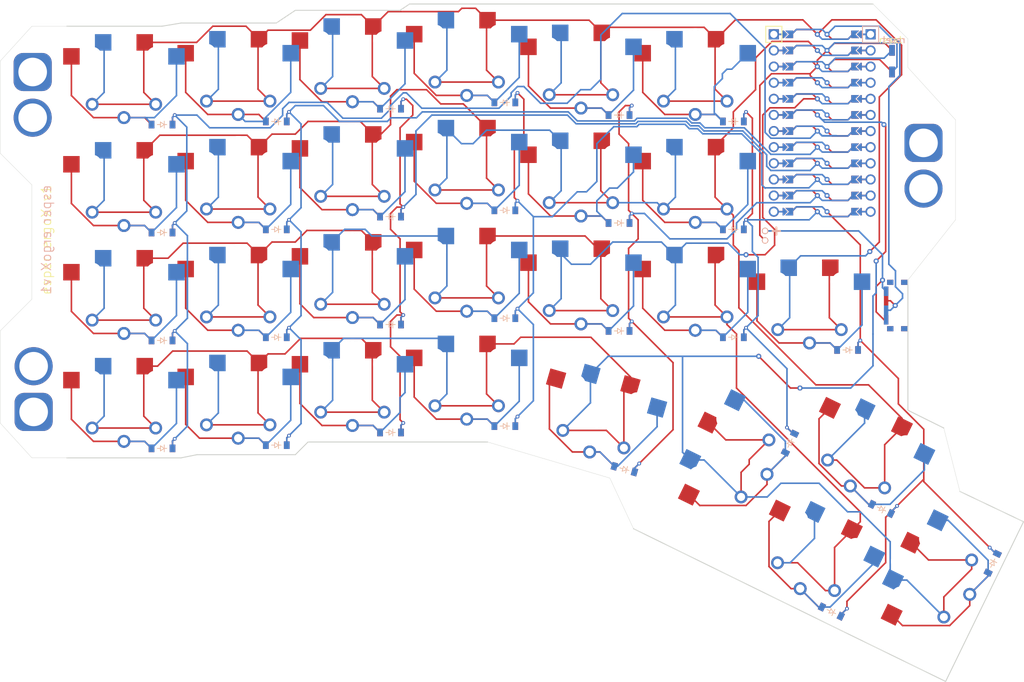
<source format=kicad_pcb>
(kicad_pcb (version 20211014) (generator pcbnew)
  (title_block (title "esper") (rev "v1.0.0") (company "Unknown"))
  (layers (0 "F.Cu" signal) (31 "B.Cu" signal) (34 "B.Paste" user) (35 "F.Paste" user) (36 "B.SilkS" user "B.Silkscreen") (37 "F.SilkS" user "F.Silkscreen") (38 "B.Mask" user) (39 "F.Mask" user) (44 "Edge.Cuts" user))
  (net 0 "")
  (net 1 "P3")
  (net 2 "D1")
  (net 3 "P4")
  (net 4 "P2")
  (net 5 "D2")
  (net 6 "P0")
  (net 7 "D3")
  (net 8 "P1")
  (net 9 "D4")
  (net 10 "D5")
  (net 11 "P5")
  (net 12 "D6")
  (net 13 "D7")
  (net 14 "D8")
  (net 15 "D9")
  (net 16 "P6")
  (net 17 "D10")
  (net 18 "D11")
  (net 19 "D12")
  (net 20 "D13")
  (net 21 "P7")
  (net 22 "D14")
  (net 23 "D15")
  (net 24 "D16")
  (net 25 "D17")
  (net 26 "P8")
  (net 27 "D18")
  (net 28 "D19")
  (net 29 "D20")
  (net 30 "D21")
  (net 31 "P9")
  (net 32 "D22")
  (net 33 "D23")
  (net 34 "D24")
  (net 35 "D26")
  (net 36 "P10")
  (net 37 "D25")
  (net 38 "D27")
  (net 39 "RAW")
  (net 40 "GND")
  (net 41 "RST")
  (net 42 "VCC")
  (net 43 "P21")
  (net 44 "P20")
  (net 45 "P19")
  (net 46 "P18")
  (net 47 "P15")
  (net 48 "P14")
  (net 49 "P16")
  (net 50 "pos")
  (net 51 "D28")
  (footprint "lib:bat" (layer "F.Cu") (at 25.225 -146.6625)
    (fp_text reference "")
    (fp_text value "")
  )
  (footprint "ComboDiode" (layer "F.Cu") (at 2.225 -165.6625 180)
    (fp_text reference "D20" hide)
    (fp_text value "" hide)
  )
  (footprint "ComboDiode" (layer "F.Cu") (at -33.775 -149.6625 180)
    (fp_text reference "D11" hide)
    (fp_text value "" hide)
  )
  (footprint "ComboDiode" (layer "F.Cu") (at -51.775 -130.6625 180)
    (fp_text reference "D6" hide)
    (fp_text value "" hide)
  )
  (footprint "PG1350" (layer "F.Cu") (at 14.225 -154.6625 180)
    (fp_text reference "S43" hide)
    (fp_text value "" hide)
  )
  (footprint "VIA-0.6mm" (layer "F.Cu") (at -67.775 -131.6625)
    (fp_text reference "REF**" hide)
    (fp_text value "VIA-0.6mm" hide)
  )
  (footprint "PG1350" (layer "F.Cu") (at 32.225 -135.6625)
    (fp_text reference "S56" hide)
    (fp_text value "" hide)
  )
  (footprint "PG1350" (layer "F.Cu") (at -39.775 -139.6625)
    (fp_text reference "S20" hide)
    (fp_text value "" hide)
  )
  (footprint "VIA-0.6mm" (layer "F.Cu") (at 38.125032 -87.911945 -26)
    (fp_text reference "REF**" hide)
    (fp_text value "VIA-0.6mm" hide)
  )
  (footprint "PG1350" (layer "F.Cu") (at 14.225 -154.6625)
    (fp_text reference "S44" hide)
    (fp_text value "" hide)
  )
  (footprint "ComboDiode" (layer "F.Cu") (at -15.775 -133.6625 180)
    (fp_text reference "D14" hide)
    (fp_text value "" hide)
  )
  (footprint "PG1350" (layer "F.Cu") (at -3.775 -138.6625 180)
    (fp_text reference "S35" hide)
    (fp_text value "" hide)
  )
  (footprint "ComboDiode" (layer "F.Cu") (at 43.560568 -103.618789 154)
    (fp_text reference "D26" hide)
    (fp_text value "" hide)
  )
  (footprint "PG1350" (layer "F.Cu") (at -57.775 -154.6625 180)
    (fp_text reference "S13" hide)
    (fp_text value "" hide)
  )
  (footprint "Connector_AMASS:AMASS_XT60-F_1x02_P7.20mm_Vertical" (layer "F.Cu") (at -90.151846 -172.447558 -90)
    (fp_text reference "REF**" hide)
    (fp_text value "AMASS_XT60-F_1x02_P7.20mm_Vertical" hide)
  )
  (footprint "VIA-0.6mm" (layer "F.Cu") (at -13.775 -169.1625)
    (fp_text reference "REF**" hide)
    (fp_text value "VIA-0.6mm" hide)
  )
  (footprint "Connector_AMASS:AMASS_XT60-F_1x02_P7.20mm_Vertical" (layer "F.Cu") (at 50.184477 -161.280511 -90)
    (fp_text reference "REF**" hide)
    (fp_text value "AMASS_XT60-F_1x02_P7.20mm_Vertical" hide)
  )
  (footprint "PG1350" (layer "F.Cu") (at 32.225 -135.6625 180)
    (fp_text reference "S55" hide)
    (fp_text value "" hide)
  )
  (footprint "PG1350" (layer "F.Cu") (at -75.775 -171.1625)
    (fp_text reference "S8" hide)
    (fp_text value "" hide)
  )
  (footprint "PG1350" (layer "F.Cu") (at -39.775 -139.6625 180)
    (fp_text reference "S19" hide)
    (fp_text value "" hide)
  )
  (footprint "PG1350" (layer "F.Cu") (at -75.775 -120.1625 180)
    (fp_text reference "S1" hide)
    (fp_text value "" hide)
  )
  (footprint "VIA-0.6mm" (layer "F.Cu") (at -13.775 -152.1625)
    (fp_text reference "REF**" hide)
    (fp_text value "VIA-0.6mm" hide)
  )
  (footprint "ComboDiode" (layer "F.Cu") (at 2.225 -131.6625 180)
    (fp_text reference "D18" hide)
    (fp_text value "" hide)
  )
  (footprint "VIA-0.6mm" (layer "F.Cu") (at -31.775 -134.1625)
    (fp_text reference "REF**" hide)
    (fp_text value "VIA-0.6mm" hide)
  )
  (footprint "VIA-0.6mm" (layer "F.Cu") (at 40.225 -130.1625)
    (fp_text reference "REF**" hide)
    (fp_text value "VIA-0.6mm" hide)
  )
  (footprint "VIA-0.6mm" (layer "F.Cu") (at 4.225 -150.1625)
    (fp_text reference "REF**" hide)
    (fp_text value "VIA-0.6mm" hide)
  )
  (footprint "PG1350" (layer "F.Cu") (at -21.775 -123.6625)
    (fp_text reference "S26" hide)
    (fp_text value "" hide)
  )
  (footprint "ComboDiode" (layer "F.Cu") (at -33.775 -132.6625 180)
    (fp_text reference "D10" hide)
    (fp_text value "" hide)
  )
  (footprint "PG1350" (layer "F.Cu") (at -57.775 -120.6625)
    (fp_text reference "S10" hide)
    (fp_text value "" hide)
  )
  (footprint "ComboDiode" (layer "F.Cu") (at -33.775 -166.6625 180)
    (fp_text reference "D12" hide)
    (fp_text value "" hide)
  )
  (footprint "PG1350" (layer "F.Cu") (at -3.775 -172.6625 180)
    (fp_text reference "S39" hide)
    (fp_text value "" hide)
  )
  (footprint "PG1350" (layer "F.Cu") (at -75.775 -120.1625)
    (fp_text reference "S2" hide)
    (fp_text value "" hide)
  )
  (footprint "VIA-0.6mm" (layer "F.Cu") (at -13.775 -118.1625)
    (fp_text reference "REF**" hide)
    (fp_text value "VIA-0.6mm" hide)
  )
  (footprint "PG1350" (layer "F.Cu") (at -21.775 -123.6625 180)
    (fp_text reference "S25" hide)
    (fp_text value "" hide)
  )
  (footprint "ComboDiode" (layer "F.Cu") (at -33.775 -115.6625 180)
    (fp_text reference "D9" hide)
    (fp_text value "" hide)
  )
  (footprint "VIA-0.6mm" (layer "F.Cu") (at 4.225 -133.1625)
    (fp_text reference "REF**" hide)
    (fp_text value "VIA-0.6mm" hide)
  )
  (footprint "VIA-0.6mm" (layer "F.Cu") (at 46.015712 -104.090238 -26)
    (fp_text reference "REF**" hide)
    (fp_text value "VIA-0.6mm" hide)
  )
  (footprint "PG1350" (layer "F.Cu") (at -75.775 -154.1625)
    (fp_text reference "S6" hide)
    (fp_text value "" hide)
  )
  (footprint "VIA-0.6mm" (layer "F.Cu") (at -49.775 -166.1625)
    (fp_text reference "REF**" hide)
    (fp_text value "VIA-0.6mm" hide)
  )
  (footprint "ComboDiode" (layer "F.Cu") (at 2.225 -148.6625 180)
    (fp_text reference "D19" hide)
    (fp_text value "" hide)
  )
  (footprint "VIA-0.6mm" (layer "F.Cu") (at 5.399088 -110.770462 -16)
    (fp_text reference "REF**" hide)
    (fp_text value "VIA-0.6mm" hide)
  )
  (footprint "PG1350" (layer "F.Cu") (at 14.225 -137.6625)
    (fp_text reference "S42" hide)
    (fp_text value "" hide)
  )
  (footprint "PG1350" (layer "F.Cu") (at 33.345721 -96.362281 154)
    (fp_text reference "S49" hide)
    (fp_text value "" hide)
  )
  (footprint "PG1350" (layer "F.Cu") (at -21.775 -174.6625 180)
    (fp_text reference "S31" hide)
    (fp_text value "" hide)
  )
  (footprint "VIA-0.6mm" (layer "F.Cu") (at 28.675336 -116.441811 64)
    (fp_text reference "REF**" hide)
    (fp_text value "VIA-0.6mm" hide)
  )
  (footprint "PG1350" (layer "F.Cu") (at -57.775 -137.6625 180)
    (fp_text reference "S11" hide)
    (fp_text value "" hide)
  )
  (footprint "ComboDiode" (layer "F.Cu") (at 35.669887 -87.440496 154)
    (fp_text reference "D25" hide)
    (fp_text value "" hide)
  )
  (footprint "PG1350" (layer "F.Cu") (at 14.225 -171.6625)
    (fp_text reference "S46" hide)
    (fp_text value "" hide)
  )
  (footprint "VIA-0.6mm" (layer "F.Cu") (at -49.775 -149.1625)
    (fp_text reference "REF**" hide)
    (fp_text value "VIA-0.6mm" hide)
  )
  (footprint "VIA-0.6mm" (layer "F.Cu") (at -31.775 -168.1625)
    (fp_text reference "REF**" hide)
    (fp_text value "VIA-0.6mm" hide)
  )
  (footprint "PG1350" (layer "F.Cu") (at 41.236401 -112.540574 -26)
    (fp_text reference "S52" hide)
    (fp_text value "" hide)
  )
  (footprint "PG1350" (layer "F.Cu") (at 41.236401 -112.540574 154)
    (fp_text reference "S51" hide)
    (fp_text value "" hide)
  )
  (footprint "Button_Switch_SMD:SW_SPDT_PCM12" (layer "F.Cu") (at 45.725 -135.6625 90)
    (fp_text reference "")
    (fp_text value "")
  )
  (footprint "PG1350" (layer "F.Cu") (at -0.775 -118.2625 -16)
    (fp_text reference "S34" hide)
    (fp_text value "" hide)
  )
  (footprint "ComboDiode" (layer "F.Cu") (at -15.775 -167.6625 180)
    (fp_text reference "D16" hide)
    (fp_text value "" hide)
  )
  (footprint "PG1350" (layer "F.Cu") (at -39.775 -122.6625 180)
    (fp_text reference "S17" hide)
    (fp_text value "" hide)
  )
  (footprint "ComboDiode" (layer "F.Cu") (at -69.775 -147.1625 180)
    (fp_text reference "D3" hide)
    (fp_text value "" hide)
  )
  (footprint "PG1350" (layer "F.Cu") (at -75.775 -137.1625)
    (fp_text reference "S4" hide)
    (fp_text value "" hide)
  )
  (footprint "PG1350" (layer "F.Cu") (at 33.345721 -96.362281 -26)
    (fp_text reference "S50" hide)
    (fp_text value "" hide)
  )
  (footprint "PG1350" (layer "F.Cu") (at -0.775 -118.2625 164)
    (fp_text reference "S33" hide)
    (fp_text value "" hide)
  )
  (footprint "VIA-0.6mm" (layer "F.Cu") (at -31.775 -117.1625)
    (fp_text reference "REF**" hide)
    (fp_text value "VIA-0.6mm" hide)
  )
  (footprint "PG1350" (layer "F.Cu") (at -57.775 -154.6625)
    (fp_text reference "S14" hide)
    (fp_text value "" hide)
  )
  (footprint "ComboDiode" (layer "F.Cu") (at -15.775 -116.6625 180)
    (fp_text reference "D13" hide)
    (fp_text value "" hide)
  )
  (footprint "PG1350" (layer "F.Cu") (at -57.775 -171.6625 180)
    (fp_text reference "S15" hide)
    (fp_text value "" hide)
  )
  (footprint "PG1350" (layer "F.Cu") (at -3.775 -155.6625)
    (fp_text reference "S38" hide)
    (fp_text value "" hide)
  )
  (footprint "PG1350" (layer "F.Cu") (at 14.225 -137.6625 180)
    (fp_text reference "S41" hide)
    (fp_text value "" hide)
  )
  (footprint "PG1350" (layer "F.Cu") (at -21.775 -157.6625)
    (fp_text reference "S30" hide)
    (fp_text value "" hide)
  )
  (footprint "ComboDiode" (layer "F.Cu") (at 38.225 -128.6625 180)
    (fp_text reference "D28" hide)
    (fp_text value "" hide)
  )
  (footprint "PG1350" (layer "F.Cu") (at -39.775 -156.6625)
    (fp_text reference "S22" hide)
    (fp_text value "" hide)
  )
  (footprint "PG1350" (layer "F.Cu") (at -39.775 -156.6625 180)
    (fp_text reference "S21" hide)
    (fp_text value "" hide)
  )
  (footprint "Button_Switch_SMD:SW_SPST_B3U-1000P" (layer "F.Cu") (at 45.225 -174.1625 -90)
    (fp_text reference "")
    (fp_text value "")
  )
  (footprint "ComboDiode" (layer "F.Cu") (at -69.775 -113.1625 180)
    (fp_text reference "D1" hide)
    (fp_text value "" hide)
  )
  (footprint "ComboDiode" (layer "F.Cu") (at -51.775 -113.6625 180)
    (fp_text reference "D5" hide)
    (fp_text value "" hide)
  )
  (footprint "VIA-0.6mm" (layer "F.Cu") (at 22.225 -132.1625)
    (fp_text reference "REF**" hide)
    (fp_text value "VIA-0.6mm" hide)
  )
  (footprint "ComboDiode" (layer "F.Cu") (at -51.775 -147.6625 180)
    (fp_text reference "D7" hide)
    (fp_text value "" hide)
  )
  (footprint "PG1350" (layer "F.Cu") (at -57.775 -137.6625)
    (fp_text reference "S12" hide)
    (fp_text value "" hide)
  )
  (footprint "VIA-0.6mm" (layer "F.Cu") (at 4.225 -167.1625)
    (fp_text reference "REF**" hide)
    (fp_text value "VIA-0.6mm" hide)
  )
  (footprint "PG1350" (layer "F.Cu") (at 14.225 -171.6625 180)
    (fp_text reference "S45" hide)
    (fp_text value "" hide)
  )
  (footprint "ComboDiode" (layer "F.Cu") (at -69.775 -164.1625 180)
    (fp_text reference "D4" hide)
    (fp_text value "" hide)
  )
  (footprint "ComboDiode" (layer "F.Cu") (at 20.225 -164.6625 180)
    (fp_text reference "D23" hide)
    (fp_text value "" hide)
  )
  (footprint "VIA-0.6mm" (layer "F.Cu") (at 22.225 -149.1625)
    (fp_text reference "REF**" hide)
    (fp_text value "VIA-0.6mm" hide)
  )
  (footprint "VIA-0.6mm" (layer "F.Cu") (at -49.775 -132.1625)
    (fp_text reference "REF**" hide)
    (fp_text value "VIA-0.6mm" hide)
  )
  (footprint "PG1350" (layer "F.Cu") (at -39.775 -173.6625 180)
    (fp_text reference "S23" hide)
    (fp_text value "" hide)
  )
  (footprint "PG1350" (layer "F.Cu") (at -21.775 -140.6625)
    (fp_text reference "S28" hide)
    (fp_text value "" hide)
  )
  (footprint "PG1350" (layer "F.Cu") (at 52.165266 -92.746385 -116)
    (fp_text reference "S53" hide)
    (fp_text value "" hide)
  )
  (footprint "PG1350" (layer "F.Cu") (at -75.775 -154.1625 180)
    (fp_text reference "S5" hide)
    (fp_text value "" hide)
  )
  (footprint "PG1350" (layer "F.Cu") (at 20.225 -111.6625 -116)
    (fp_text reference "S47" hide)
    (fp_text value "" hide)
  )
  (footprint "VIA-0.6mm" (layer "F.Cu") (at 60.615603 -97.525696 64)
    (fp_text reference "REF**" hide)
    (fp_text value "VIA-0.6mm" hide)
  )
  (footprint "Connector_AMASS:AMASS_XT60-F_1x02_P7.20mm_Vertical" (layer "F.Cu") (at -90 -118.9 90)
    (fp_text reference "REF**" hide)
    (fp_text value "AMASS_XT60-F_1x02_P7.20mm_Vertical" hide)
  )
  (footprint "PG1350" (layer "F.Cu") (at -3.775 -155.6625 180)
    (fp_text reference "S37" hide)
    (fp_text value "" hide)
  )
  (footprint "PG1350" (layer "F.Cu") (at -75.775 -137.1625 180)
    (fp_text reference "S3" hide)
    (fp_text value "" hide)
  )
  (footprint "VIA-0.6mm" (layer "F.Cu") (at 22.225 -166.1625)
    (fp_text reference "REF**" hide)
    (fp_text value "VIA-0.6mm" hide)
  )
  (footprint "PG1350" (layer "F.Cu") (at -3.775 -138.6625)
    (fp_text reference "S36" hide)
    (fp_text value "" hide)
  )
  (footprint "ComboDiode" (layer "F.Cu") (at 61.087052 -95.070552 -116)
    (fp_text reference "D27" hide)
    (fp_text value "" hide)
  )
  (footprint "VIA-0.6mm" (layer "F.Cu") (at -67.775 -148.6625)
    (fp_text reference "REF**" hide)
    (fp_text value "VIA-0.6mm" hide)
  )
  (footprint "VIA-0.6mm" (layer "F.Cu") (at -67.775 -114.6625)
    (fp_text reference "REF**" hide)
    (fp_text value "VIA-0.6mm" hide)
  )
  (footprint "PG1350" (layer "F.Cu") (at -39.775 -122.6625)
    (fp_text reference "S18" hide)
    (fp_text value "" hide)
  )
  (footprint "PG1350" (layer "F.Cu") (at 52.165266 -92.746385 64)
    (fp_text reference "S54" hide)
    (fp_text value "" hide)
  )
  (footprint "PG1350" (layer "F.Cu") (at -57.775 -171.6625)
    (fp_text reference "S16" hide)
    (fp_text value "" hide)
  )
  (footprint "PG1350" (layer "F.Cu") (at -21.775 -174.6625)
    (fp_text reference "S32" hide)
    (fp_text value "" hide)
  )
  (footprint "VIA-0.6mm" (layer "F.Cu") (at -49.775 -115.1625)
    (fp_text reference "REF**" hide)
    (fp_text value "VIA-0.6mm" hide)
  )
  (footprint "PG1350" (layer "F.Cu") (at -57.775 -120.6625 180)
    (fp_text reference "S9" hide)
    (fp_text value "" hide)
  )
  (footprint "VIA-0.6mm" (layer "F.Cu") (at -13.775 -135.1625)
    (fp_text reference "REF**" hide)
    (fp_text value "VIA-0.6mm" hide)
  )
  (footprint "ComboDiode" (layer "F.Cu") (at 29.146785 -113.986666 -116)
    (fp_text reference "D24" hide)
    (fp_text value "" hide)
  )
  (footprint "ComboDiode" (layer "F.Cu") (at 3.063109 -109.879844 164)
    (fp_text reference "D17" hide)
    (fp_text value "" hide)
  )
  (footprint "PG1350" (layer "F.Cu") (at -39.775 -173.6625)
    (fp_text reference "S24" hide)
    (fp_text value "" hide)
  )
  (footprint "PG1350" (layer "F.Cu") (at 20.225 -111.6625 64)
    (fp_text reference "S48" hide)
    (fp_text value "" hide)
  )
  (footprint "ComboDiode" (layer "F.Cu") (at 20.225 -147.6625 180)
    (fp_text reference "D22" hide)
    (fp_text value "" hide)
  )
  (footprint "ProMicro" (layer "F.Cu") (at 34.225 -164.4125 -90)
    (fp_text reference "MCU1" hide)
    (fp_text value "")
  )
  (footprint "VIA-0.6mm" (layer "F.Cu") (at -67.775 -165.6625)
    (fp_text reference "REF**" hide)
    (fp_text value "VIA-0.6mm" hide)
  )
  (footprint "PG1350" (layer "F.Cu") (at -21.775 -157.6625 180)
    (fp_text reference "S29" hide)
    (fp_text value "" hide)
  )
  (footprint "PG1350" (layer "F.Cu") (at -75.775 -171.1625 180)
    (fp_text reference "S7" hide)
    (fp_text value "" hide)
  )
  (footprint "ComboDiode" (layer "F.Cu") (at -51.775 -164.6625 180)
    (fp_text reference "D8" hide)
    (fp_text value "" hide)
  )
  (footprint "ComboDiode" (layer "F.Cu") (at -69.775 -130.1625 180)
    (fp_text reference "D2" hide)
    (fp_text value "" hide)
  )
  (footprint "VIA-0.6mm" (layer "F.Cu") (at -31.775 -151.1625)
    (fp_text reference "REF**" hide)
    (fp_text value "VIA-0.6mm" hide)
  )
  (footprint "ComboDiode" (layer "F.Cu") (at -15.775 -150.6625 180)
    (fp_text reference "D15" hide)
    (fp_text value "" hide)
  )
  (footprint "PG1350" (layer "F.Cu") (at -21.775 -140.6625 180)
    (fp_text reference "S27" hide)
    (fp_text value "" hide)
  )
  (footprint "ComboDiode" (layer "F.Cu") (at 20.225 -130.6625 180)
    (fp_text reference "D21" hide)
    (fp_text value "" hide)
  )
  (footprint "PG1350" (layer "F.Cu") (at -3.775 -172.6625)
    (fp_text reference "S40" hide)
    (fp_text value "" hide)
  )
  (gr_line (start 37.489527 -84.327795) (end 53.66782 -76.437114) (layer "Edge.Cuts") (width 0.15))
  (gr_line (start -90.275 -136.6625) (end -90.275 -154.6625) (layer "Edge.Cuts") (width 0.05))
  (gr_line (start 4.5 -100.5) (end 0.771724 -108.476401) (layer "Edge.Cuts") (width 0.05))
  (gr_line (start -46.775 -114.1625) (end -18.5 -114.1625) (layer "Edge.Cuts") (width 0.15))
  (gr_line (start -95.275 -117.1625) (end -95.275 -131.6625) (layer "Edge.Cuts") (width 0.05))
  (gr_line (start 0.771724 -108.476401) (end -18.5 -114.1625) (layer "Edge.Cuts") (width 0.05))
  (gr_line (start 55.225 -164.9125) (end 47.725 -173.1625) (layer "Edge.Cuts") (width 0.05))
  (gr_line (start -48.775 -112.1625) (end -46.775 -114.1625) (layer "Edge.Cuts") (width 0.15))
  (gr_line (start -66.775 -180.1625) (end -69.775 -179.6625) (layer "Edge.Cuts") (width 0.15))
  (gr_line (start 53.66782 -76.437114) (end 65.942212 -101.603347) (layer "Edge.Cuts") (width 0.15))
  (gr_line (start -64.275 -112.1625) (end -48.775 -112.1625) (layer "Edge.Cuts") (width 0.15))
  (gr_line (start 55.91827 -106.369563) (end 65.942212 -101.603347) (layer "Edge.Cuts") (width 0.15))
  (gr_line (start -84.775 -111.6625) (end -66.775 -111.6625) (layer "Edge.Cuts") (width 0.15))
  (gr_line (start 47.725 -119.1625) (end 53.377749 -116.361848) (layer "Edge.Cuts") (width 0.15))
  (gr_line (start 47.725 -173.1625) (end 47.725 -177.6625) (layer "Edge.Cuts") (width 0.05))
  (gr_line (start 55.225 -149.1625) (end 47.725 -139.6625) (layer "Edge.Cuts") (width 0.05))
  (gr_line (start -84.775 -179.6625) (end -90.275 -179.6625) (layer "Edge.Cuts") (width 0.05))
  (gr_line (start -48.775 -182.1625) (end -51.775 -180.1625) (layer "Edge.Cuts") (width 0.15))
  (gr_line (start -84.775 -111.6625) (end -90.275 -111.6625) (layer "Edge.Cuts") (width 0.05))
  (gr_line (start -90.275 -136.6625) (end -95.275 -131.6625) (layer "Edge.Cuts") (width 0.05))
  (gr_line (start -51.775 -180.1625) (end -66.775 -180.1625) (layer "Edge.Cuts") (width 0.15))
  (gr_line (start 55.225 -149.1625) (end 55.225 -164.9125) (layer "Edge.Cuts") (width 0.05))
  (gr_line (start -66.775 -111.6625) (end -64.275 -112.1625) (layer "Edge.Cuts") (width 0.15))
  (gr_line (start -95.275 -159.6625) (end -90.275 -154.6625) (layer "Edge.Cuts") (width 0.05))
  (gr_line (start -90.275 -179.6625) (end -95.275 -174.1625) (layer "Edge.Cuts") (width 0.05))
  (gr_line (start -30.775 -183.1625) (end 42.225 -183.1625) (layer "Edge.Cuts") (width 0.15))
  (gr_line (start 53.377749 -116.361848) (end 55.91827 -106.369563) (layer "Edge.Cuts") (width 0.05))
  (gr_line (start -95.275 -174.1625) (end -95.275 -159.6625) (layer "Edge.Cuts") (width 0.05))
  (gr_line (start -32.275 -182.1625) (end -48.775 -182.1625) (layer "Edge.Cuts") (width 0.15))
  (gr_line (start -30.775 -183.1625) (end -32.275 -182.1625) (layer "Edge.Cuts") (width 0.15))
  (gr_line (start 47.725 -119.1625) (end 47.725 -139.6625) (layer "Edge.Cuts") (width 0.15))
  (gr_line (start 47.725 -177.6625) (end 42.225 -183.1625) (layer "Edge.Cuts") (width 0.05))
  (gr_line (start 4.5 -100.5) (end 37.489527 -84.327795) (layer "Edge.Cuts") (width 0.15))
  (gr_line (start -90.275 -111.6625) (end -95.275 -117.1625) (layer "Edge.Cuts") (width 0.05))
  (gr_line (start -69.775 -179.6625) (end -84.775 -179.6625) (layer "Edge.Cuts") (width 0.15))
  (gr_text "reset" (at 45.5 -177.5) (layer "B.SilkS") (effects (font (size 1 1)) (justify mirror)))
  (gr_text "esper ergoX v1" (at -88 -146 90) (layer "B.SilkS") (effects (font (size 1.5 1.5)) (justify mirror)))
  (gr_text "+" (at 27 -147.5) (layer "B.SilkS") (effects (font (size 1.5 1.5) (thickness 0.3))))
  (gr_text "reset" (at 45 -177.5) (layer "F.SilkS") (effects (font (size 1 1))))
  (gr_text "+" (at 27 -147.5) (layer "F.SilkS") (effects (font (size 1.5 1.5) (thickness 0.3))))
  (gr_text "esper ergoX v1" (at -88 -146 90) (layer "F.SilkS") (effects (font (size 1.5 1.5))))
  (segment (start 48.253107 -98.298244) (end 50.976806 -95.574545) (width 0.25) (layer "F.Cu") (net 1))
  (segment (start -13.275 -130.6625) (end -2.217641 -130.6625) (width 0.25) (layer "F.Cu") (net 1))
  (segment (start 57.772539 -95.574545) (end 57.772539 -94.137705) (width 0.25) (layer "F.Cu") (net 1))
  (segment (start 44.225 -144.1625) (end 42.725 -142.6625) (width 0.25) (layer "F.Cu") (net 1))
  (segment (start 19.03654 -114.49066) (end 25.832273 -114.49066) (width 0.25) (layer "F.Cu") (net 1))
  (segment (start -18.649521 -129.462979) (end -18.649521 -121.737021) (width 0.25) (layer "F.Cu") (net 1))
  (segment (start -2.217641 -130.6625) (end 4.013174 -124.431685) (width 0.25) (layer "F.Cu") (net 1))
  (segment (start 16.312841 -117.214359) (end 19.03654 -114.49066) (width 0.25) (layer "F.Cu") (net 1))
  (segment (start -47.950479 -130.487021) (end -38.374521 -130.487021) (width 0.25) (layer "F.Cu") (net 1))
  (segment (start -26.775 -119.8625) (end -16.775 -119.8625) (width 0.25) (layer "F.Cu") (net 1))
  (segment (start 50.976806 -95.574545) (end 57.772539 -95.574545) (width 0.25) (layer "F.Cu") (net 1))
  (segment (start -68.101457 -128.487021) (end -56.374521 -128.487021) (width 0.25) (layer "F.Cu") (net 1))
  (segment (start -54.5 -126.6125) (end -53.075489 -128.037011) (width 0.25) (layer "F.Cu") (net 1))
  (segment (start 57.772539 -94.137705) (end 53.388828 -89.753994) (width 0.25) (layer "F.Cu") (net 1))
  (segment (start -44.775 -118.8625) (end -34.775 -118.8625) (width 0.25) (layer "F.Cu") (net 1))
  (segment (start 44.225 -163.887) (end 44.225 -144.1625) (width 0.25) (layer "F.Cu") (net 1))
  (segment (start 53.388828 -89.753994) (end 53.388828 -86.586604) (width 0.25) (layer "F.Cu") (net 1))
  (segment (start -18.649521 -121.737021) (end -16.775 -119.8625) (width 0.25) (layer "F.Cu") (net 1))
  (segment (start -72.649521 -118.237021) (end -70.775 -116.3625) (width 0.25) (layer "F.Cu") (net 1))
  (segment (start -18.5 -129.6125) (end -14.325 -129.6125) (width 0.25) (layer "F.Cu") (net 1))
  (segment (start -72.5 -126.1125) (end -72.649521 -125.962979) (width 0.25) (layer "F.Cu") (net 1))
  (segment (start 24.225 -127.6625) (end 29.225 -122.6625) (width 0.25) (layer "F.Cu") (net 1))
  (segment (start -54.649521 -118.737021) (end -52.775 -116.8625) (width 0.25) (layer "F.Cu") (net 1))
  (segment (start 29.225 -122.6625) (end 30.725 -122.6625) (width 0.25) (layer "F.Cu") (net 1))
  (segment (start -14.325 -129.6125) (end -13.275 -130.6625) (width 0.25) (layer "F.Cu") (net 1))
  (segment (start -70.475978 -126.1125) (end -68.101457 -128.487021) (width 0.25) (layer "F.Cu") (net 1))
  (segment (start -70.775 -116.3625) (end -80.775 -116.3625) (width 0.25) (layer "F.Cu") (net 1))
  (segment (start -54.5 -126.6125) (end -54.649521 -126.462979) (width 0.25) (layer "F.Cu") (net 1))
  (segment (start 43.9495 -164.1625) (end 44.225 -163.887) (width 0.25) (layer "F.Cu") (net 1))
  (segment (start 22.725 -111.383387) (end 22.725 -110.6625) (width 0.25) (layer "F.Cu") (net 1))
  (segment (start -36.649521 -120.737021) (end -34.775 -118.8625) (width 0.25) (layer "F.Cu") (net 1))
  (segment (start -36.649521 -128.462979) (end -36.649521 -120.737021) (width 0.25) (layer "F.Cu") (net 1))
  (segment (start 2.983887 -113.231519) (end 0.227514 -115.987892) (width 0.25) (layer "F.Cu") (net 1))
  (segment (start -72.649521 -125.962979) (end -72.649521 -118.237021) (width 0.25) (layer "F.Cu") (net 1))
  (segment (start -56.374521 -128.487021) (end -54.5 -126.6125) (width 0.25) (layer "F.Cu") (net 1))
  (segment (start -72.5 -126.1125) (end -70.475978 -126.1125) (width 0.25) (layer "F.Cu") (net 1))
  (segment (start 4.013174 -123.079295) (end 2.983887 -122.050008) (width 0.25) (layer "F.Cu") (net 1))
  (segment (start 0.227514 -115.987892) (end -6.62873 -115.987892) (width 0.25) (layer "F.Cu") (net 1))
  (segment (start 4.013174 -124.431685) (end 4.013174 -123.079295) (width 0.25) (layer "F.Cu") (net 1))
  (segment (start -53.075489 -128.037011) (end -50.400489 -128.037011) (width 0.25) (layer "F.Cu") (net 1))
  (segment (start 22.725 -110.6625) (end 21.448562 -109.386062) (width 0.25) (layer "F.Cu") (net 1))
  (segment (start 2.983887 -122.050008) (end 2.983887 -113.231519) (width 0.25) (layer "F.Cu") (net 1))
  (segment (start 21.448562 -109.386062) (end 21.448562 -105.502719) (width 0.25) (layer "F.Cu") (net 1))
  (segment (start 25.832273 -114.49066) (end 22.725 -111.383387) (width 0.25) (layer "F.Cu") (net 1))
  (segment (start -54.649521 -126.462979) (end -54.649521 -118.737021) (width 0.25) (layer "F.Cu") (net 1))
  (segment (start -36.5 -128.6125) (end -36.649521 -128.462979) (width 0.25) (layer "F.Cu") (net 1))
  (segment (start -50.400489 -128.037011) (end -47.950479 -130.487021) (width 0.25) (layer "F.Cu") (net 1))
  (segment (start -18.5 -129.6125) (end -18.649521 -129.462979) (width 0.25) (layer "F.Cu") (net 1))
  (segment (start -62.775 -116.8625) (end -52.775 -116.8625) (width 0.25) (layer "F.Cu") (net 1))
  (segment (start -38.374521 -130.487021) (end -36.5 -128.6125) (width 0.25) (layer "F.Cu") (net 1))
  (via (at 24.225 -127.6625) (size 0.8) (drill 0.4) (layers "F.Cu" "B.Cu") (net 1))
  (via (at 30.725 -122.6625) (size 0.8) (drill 0.4) (layers "F.Cu" "B.Cu") (net 1))
  (via (at 43.9495 -164.1625) (size 0.8) (drill 0.4) (layers "F.Cu" "B.Cu") (net 1))
  (via (at 42.725 -142.6625) (size 0.8) (drill 0.4) (layers "F.Cu" "B.Cu") (net 1))
  (segment (start -2.28309 -124.884719) (end -2.28309 -120.333532) (width 0.25) (layer "B.Cu") (net 1))
  (segment (start 44.94292 -92.849999) (end 45.381776 -92.411143) (width 0.25) (layer "B.Cu") (net 1))
  (segment (start -79.05 -126.1125) (end -78.900479 -125.962979) (width 0.25) (layer "B.Cu") (net 1))
  (segment (start -2.28309 -120.333532) (end -6.62873 -115.987892) (width 0.25) (layer "B.Cu") (net 1))
  (segment (start 0.494691 -127.6625) (end 12.225 -127.6625) (width 0.25) (layer "B.Cu") (net 1))
  (segment (start 12.225 -112.543768) (end 12.225 -127.6625) (width 0.25) (layer "B.Cu") (net 1))
  (segment (start 30.725 -122.6625) (end 38.725 -122.6625) (width 0.25) (layer "B.Cu") (net 1))
  (segment (start 47.564289 -92.411143) (end 53.388828 -86.586604) (width 0.25) (layer "B.Cu") (net 1))
  (segment (start 42.225 -126.1625) (end 42.225 -131.1625) (width 0.25) (layer "B.Cu") (net 1))
  (segment (start 13.44151 -111.327258) (end 12.225 -112.543768) (width 0.25) (layer "B.Cu") (net 1))
  (segment (start 21.448562 -105.502719) (end 25.565219 -105.502719) (width 0.25) (layer "B.Cu") (net 1))
  (segment (start -60.900479 -126.462979) (end -60.900479 -118.737021) (width 0.25) (layer "B.Cu") (net 1))
  (segment (start -78.900479 -118.237021) (end -80.775 -116.3625) (width 0.25) (layer "B.Cu") (net 1))
  (segment (start 38.225 -103.1625) (end 40.225 -103.1625) (width 0.25) (layer "B.Cu") (net 1))
  (segment (start 42.225 -137.1625) (end 42.725 -137.6625) (width 0.25) (layer "B.Cu") (net 1))
  (segment (start 42.725 -137.6625) (end 42.725 -142.6625) (width 0.25) (layer "B.Cu") (net 1))
  (segment (start -42.900479 -120.737021) (end -44.775 -118.8625) (width 0.25) (layer "B.Cu") (net 1))
  (segment (start -2.28309 -124.884719) (end 0.494691 -127.6625) (width 0.25) (layer "B.Cu") (net 1))
  (segment (start 25.565219 -105.502719) (end 27.725 -107.6625) (width 0.25) (layer "B.Cu") (net 1))
  (segment (start 43.571783 -164.540217) (end 34.605283 -164.540217) (width 0.25) (layer "B.Cu") (net 1))
  (segment (start -42.900479 -128.462979) (end -42.900479 -120.737021) (width 0.25) (layer "B.Cu") (net 1))
  (segment (start 38.725 -122.6625) (end 42.225 -126.1625) (width 0.25) (layer "B.Cu") (net 1))
  (segment (start -60.900479 -118.737021) (end -62.775 -116.8625) (width 0.25) (layer "B.Cu") (net 1))
  (segment (start -25.924521 -130.487021) (end -25.05 -129.6125) (width 0.25) (layer "B.Cu") (net 1))
  (segment (start 27.725 -107.6625) (end 33.725 -107.6625) (width 0.25) (layer "B.Cu") (net 1))
  (segment (start 44.94292 -98.44458) (end 44.94292 -92.849999) (width 0.25) (layer "B.Cu") (net 1))
  (segment (start 45.381776 -92.411143) (end 47.564289 -92.411143) (width 0.25) (layer "B.Cu") (net 1))
  (segment (start 42.225 -131.1625) (end 42.225 -137.1625) (width 0.25) (layer "B.Cu") (net 1))
  (segment (start -43.05 -128.6125) (end -42.900479 -128.462979) (width 0.25) (layer "B.Cu") (net 1))
  (segment (start -24.900479 -129.462979) (end -24.900479 -121.737021) (width 0.25) (layer "B.Cu") (net 1))
  (segment (start -41.175479 -130.487021) (end -25.924521 -130.487021) (width 0.25) (layer "B.Cu") (net 1))
  (segment (start -43.05 -128.6125) (end -41.175479 -130.487021) (width 0.25) (layer "B.Cu") (net 1))
  (segment (start 13.44151 -111.327258) (end 15.624023 -111.327258) (width 0.25) (layer "B.Cu") (net 1))
  (segment (start 40.225 -103.1625) (end 44.94292 -98.44458) (width 0.25) (layer "B.Cu") (net 1))
  (segment (start 33.725 -107.6625) (end 38.225 -103.1625) (width 0.25) (layer "B.Cu") (net 1))
  (segment (start 15.624023 -111.327258) (end 21.448562 -105.502719) (width 0.25) (layer "B.Cu") (net 1))
  (segment (start -25.05 -129.6125) (end -24.900479 -129.462979) (width 0.25) (layer "B.Cu") (net 1))
  (segment (start -24.900479 -121.737021) (end -26.775 -119.8625) (width 0.25) (layer "B.Cu") (net 1))
  (segment (start -78.900479 -125.962979) (end -78.900479 -118.237021) (width 0.25) (layer "B.Cu") (net 1))
  (segment (start 12.225 -127.6625) (end 24.225 -127.6625) (width 0.25) (layer "B.Cu") (net 1))
  (segment (start 34.605283 -164.540217) (end 33.463 -165.6825) (width 0.25) (layer "B.Cu") (net 1))
  (segment (start -61.05 -126.6125) (end -60.900479 -126.462979) (width 0.25) (layer "B.Cu") (net 1))
  (segment (start 43.9495 -164.1625) (end 43.571783 -164.540217) (width 0.25) (layer "B.Cu") (net 1))
  (segment (start -84.05 -123.9125) (end -84.05 -117.74173) (width 0.25) (layer "F.Cu") (net 2))
  (segment (start -84.05 -117.74173) (end -80.57077 -114.2625) (width 0.25) (layer "F.Cu") (net 2))
  (segment (start -80.57077 -114.2625) (end -75.775 -114.2625) (width 0.25) (layer "F.Cu") (net 2))
  (segment (start -75.775 -114.2625) (end -72.525 -114.2625) (width 0.25) (layer "F.Cu") (net 2))
  (segment (start -72.525 -114.2625) (end -71.425 -113.1625) (width 0.25) (layer "F.Cu") (net 2))
  (segment (start -72.525 -114.2625) (end -71.425 -113.1625) (width 0.25) (layer "B.Cu") (net 2))
  (segment (start -75.775 -114.2625) (end -72.525 -114.2625) (width 0.25) (layer "B.Cu") (net 2))
  (segment (start -67.5 -117.0875) (end -67.5 -123.9125) (width 0.25) (layer "B.Cu") (net 2))
  (segment (start -71.425 -113.1625) (end -67.5 -117.0875) (width 0.25) (layer "B.Cu") (net 2))
  (segment (start -68.125 -165.3125) (end -67.775 -165.6625) (width 0.25) (layer "F.Cu") (net 3))
  (segment (start -68.125 -148.3125) (end -67.775 -148.6625) (width 0.25) (layer "F.Cu") (net 3))
  (segment (start -68.125 -147.1625) (end -68.125 -148.3125) (width 0.25) (layer "F.Cu") (net 3))
  (segment (start -68.125 -131.3125) (end -67.775 -131.6625) (width 0.25) (layer "F.Cu") (net 3))
  (segment (start -68.125 -164.1625) (end -68.125 -165.3125) (width 0.25) (layer "F.Cu") (net 3))
  (segment (start -68.125 -130.1625) (end -68.125 -131.3125) (width 0.25) (layer "F.Cu") (net 3))
  (segment (start -68.125 -113.1625) (end -68.125 -114.3125) (width 0.25) (layer "F.Cu") (net 3))
  (segment (start -68.125 -114.3125) (end -67.775 -114.6625) (width 0.25) (layer "F.Cu") (net 3))
  (segment (start -43.775 -167.6625) (end -41.275 -165.1625) (width 0.25) (layer "B.Cu") (net 3))
  (segment (start -65.875489 -163.762989) (end -65.875489 -150.562011) (width 0.25) (layer "B.Cu") (net 3))
  (segment (start 32.338489 -162.017989) (end 33.463 -163.1425) (width 0.25) (layer "B.Cu") (net 3))
  (segment (start -67.775 -148.6625) (end -65.775 -146.6625) (width 0.25) (layer "B.Cu") (net 3))
  (segment (start -28.850489 -166.737989) (end -16.699511 -166.737989) (width 0.25) (layer "B.Cu") (net 3))
  (segment (start -68.125 -147.1625) (end -68.125 -148.3125) (width 0.25) (layer "B.Cu") (net 3))
  (segment (start 25.225 -162.9322) (end 26.139211 -162.017989) (width 0.25) (layer "B.Cu") (net 3))
  (segment (start -14.775 -168.6625) (end -14.775 -169.1625) (width 0.25) (layer "B.Cu") (net 3))
  (segment (start -65.775 -146.6625) (end -65.775 -133.6625) (width 0.25) (layer "B.Cu") (net 3))
  (segment (start -67.775 -165.6625) (end -65.875489 -163.762989) (width 0.25) (layer "B.Cu") (net 3))
  (segment (start -10.134489 -167.521989) (end -5.961188 -167.521989) (width 0.25) (layer "B.Cu") (net 3))
  (segment (start 36.480489 -162.417989) (end 34.187511 -162.417989) (width 0.25) (layer "B.Cu") (net 3))
  (segment (start -65.775 -116.6625) (end -67.775 -114.6625) (width 0.25) (layer "B.Cu") (net 3))
  (segment (start -50.775 -166.6625) (end -49.775 -167.6625) (width 0.25) (layer "B.Cu") (net 3))
  (segment (start -35.225978 -165.1625) (end -33.775 -166.613478) (width 0.25) (layer "B.Cu") (net 3))
  (segment (start -65.875489 -150.562011) (end -67.775 -148.6625) (width 0.25) (layer "B.Cu") (net 3))
  (segment (start 34.187511 -162.417989) (end 33.463 -163.1425) (width 0.25) (layer "B.Cu") (net 3))
  (segment (start -0.649521 -178.287979) (end 2.725 -181.6625) (width 0.25) (layer "B.Cu") (net 3))
  (segment (start -64.275 -165.6625) (end -62.275 -163.6625) (width 0.25) (layer "B.Cu") (net 3))
  (segment (start -52.725978 -163.6625) (end -50.775 -165.613478) (width 0.25) (layer "B.Cu") (net 3))
  (segment (start -68.125 -131.3125) (end -67.775 -131.6625) (width 0.25) (layer "B.Cu") (net 3))
  (segment (start -5.961188 -167.521989) (end -3.820677 -169.6625) (width 0.25) (layer "B.Cu") (net 3))
  (segment (start -12.775 -170.1625) (end -10.134489 -167.521989) (width 0.25) (layer "B.Cu") (net 3))
  (segment (start 26.139211 -162.017989) (end 32.338489 -162.017989) (width 0.25) (layer "B.Cu") (net 3))
  (segment (start -68.125 -165.3125) (end -67.775 -165.6625) (width 0.25) (layer "B.Cu") (net 3))
  (segment (start 25.225 -176.1625) (end 25.225 -162.9322) (width 0.25) (layer "B.Cu") (net 3))
  (segment (start -31.275 -169.1625) (end -28.850489 -166.737989) (width 0.25) (layer "B.Cu") (net 3))
  (segment (start -33.775 -166.613478) (end -33.775 -167.1625) (width 0.25) (layer "B.Cu") (net 3))
  (segment (start -62.275 -163.6625) (end -52.725978 -163.6625) (width 0.25) (layer "B.Cu") (net 3))
  (segment (start -68.125 -113.1625) (end -68.125 -114.3125) (width 0.25) (layer "B.Cu") (net 3))
  (segment (start -0.649521 -171.287979) (end -0.649521 -178.287979) (width 0.25) (layer "B.Cu") (net 3))
  (segment (start -3.820677 -169.6625) (end -2.275 -169.6625) (width 0.25) (layer "B.Cu") (net 3))
  (segment (start -68.125 -164.1625) (end -68.125 -165.3125) (width 0.25) (layer "B.Cu") (net 3))
  (segment (start 2.725 -181.6625) (end 19.725 -181.6625) (width 0.25) (layer "B.Cu") (net 3))
  (segment (start -2.275 -169.6625) (end -0.649521 -171.287979) (width 0.25) (layer "B.Cu") (net 3))
  (segment (start -67.775 -131.6625) (end -65.775 -129.6625) (width 0.25) (layer "B.Cu") (net 3))
  (segment (start -13.775 -170.1625) (end -12.775 -170.1625) (width 0.25) (layer "B.Cu") (net 3))
  (segment (start -65.775 -129.6625) (end -65.775 -116.6625) (width 0.25) (layer "B.Cu") (net 3))
  (segment (start -50.775 -165.613478) (end -50.775 -166.6625) (width 0.25) (layer "B.Cu") (net 3))
  (segment (start -41.275 -165.1625) (end -35.225978 -165.1625) (width 0.25) (layer "B.Cu") (net 3))
  (segment (start -68.125 -130.1625) (end -68.125 -131.3125) (width 0.25) (layer "B.Cu") (net 3))
  (segment (start -14.775 -169.1625) (end -13.775 -170.1625) (width 0.25) (layer "B.Cu") (net 3))
  (segment (start -49.775 -167.6625) (end -43.775 -167.6625) (width 0.25) (layer "B.Cu") (net 3))
  (segment (start 19.725 -181.6625) (end 25.225 -176.1625) (width 0.25) (layer "B.Cu") (net 3))
  (segment (start -16.699511 -166.737989) (end -14.775 -168.6625) (width 0.25) (layer "B.Cu") (net 3))
  (segment (start -68.125 -148.3125) (end -67.775 -148.6625) (width 0.25) (layer "B.Cu") (net 3))
  (segment (start -33.775 -167.1625) (end -31.775 -169.1625) (width 0.25) (layer "B.Cu") (net 3))
  (segment (start -67.775 -165.6625) (end -64.275 -165.6625) (width 0.25) (layer "B.Cu") (net 3))
  (segment (start -31.775 -169.1625) (end -31.275 -169.1625) (width 0.25) (layer "B.Cu") (net 3))
  (segment (start -68.125 -114.3125) (end -67.775 -114.6625) (width 0.25) (layer "B.Cu") (net 3))
  (segment (start -65.775 -133.6625) (end -67.775 -131.6625) (width 0.25) (layer "B.Cu") (net 3))
  (segment (start 25.99452 -166.807011) (end 29.887793 -166.807011) (width 0.25) (layer "F.Cu") (net 4))
  (segment (start 40.225 -103.1625) (end 40.225 -101.60186) (width 0.25) (layer "F.Cu") (net 4))
  (segment (start 24.850009 -149.537491) (end 24.850009 -165.6625) (width 0.25) (layer "F.Cu") (net 4))
  (segment (start 34.737041 -90.755008) (end 30.35333 -95.138719) (width 0.25) (layer "F.Cu") (net 4))
  (segment (start -1.124026 -144.6125) (end -0.5 -144.6125) (width 0.25) (layer "F.Cu") (net 4))
  (segment (start 17.5 -143.6125) (end 17.350479 -143.462979) (width 0.25) (layer "F.Cu") (net 4))
  (segment (start 17.350479 -143.462979) (end 17.350479 -135.737021) (width 0.25) (layer "F.Cu") (net 4))
  (segment (start -0.649521 -136.737021) (end 1.225 -134.8625) (width 0.25) (layer "F.Cu") (net 4))
  (segment (start 20.725 -131.1625) (end 20.725 -122.6625) (width 0.25) (layer "F.Cu") (net 4))
  (segment (start -72.5 -143.1125) (end -68.825 -143.1125) (width 0.25) (layer "F.Cu") (net 4))
  (segment (start -70.775 -133.3625) (end -80.775 -133.3625) (width 0.25) (layer "F.Cu") (net 4))
  (segment (start -48.775 -145.6625) (end -46.950479 -147.487021) (width 0.25) (layer "F.Cu") (net 4))
  (segment (start 19.225 -133.8625) (end 19.225 -132.6625) (width 0.25) (layer "F.Cu") (net 4))
  (segment (start 38.89758 -100.27444) (end 36.173881 -97.550741) (width 0.25) (layer "F.Cu") (net 4))
  (segment (start -36.5 -145.6125) (end -36.649521 -145.462979) (width 0.25) (layer "F.Cu") (net 4))
  (segment (start 17.350479 -135.737021) (end 19.225 -133.8625) (width 0.25) (layer "F.Cu") (net 4))
  (segment (start -54.5 -143.6125) (end -54.649521 -143.462979) (width 0.25) (layer "F.Cu") (net 4))
  (segment (start -0.5 -144.6125) (end -0.649521 -144.462979) (width 0.25) (layer "F.Cu") (net 4))
  (segment (start -68.825 -143.1125) (end -66.450479 -145.487021) (width 0.25) (layer "F.Cu") (net 4))
  (segment (start 1.225 -134.8625) (end -8.775 -134.8625) (width 0.25) (layer "F.Cu") (net 4))
  (segment (start -72.649521 -135.237021) (end -70.775 -133.3625) (width 0.25) (layer "F.Cu") (net 4))
  (segment (start 19.225 -133.8625) (end 9.225 -133.8625) (width 0.25) (layer "F.Cu") (net 4))
  (segment (start -18.5 -146.6125) (end -3.124026 -146.6125) (width 0.25) (layer "F.Cu") (net 4))
  (segment (start -72.649521 -142.962979) (end -72.649521 -135.237021) (width 0.25) (layer "F.Cu") (net 4))
  (segment (start -36.649521 -145.462979) (end -36.649521 -137.737021) (width 0.25) (layer "F.Cu") (net 4))
  (segment (start 24.850009 -165.6625) (end 25.99452 -166.807011) (width 0.25) (layer "F.Cu") (net 4))
  (segment (start -16.775 -136.8625) (end -26.775 -136.8625) (width 0.25) (layer "F.Cu") (net 4))
  (segment (start 36.173881 -90.755008) (end 34.737041 -90.755008) (width 0.25) (layer "F.Cu") (net 4))
  (segment (start 31.303282 -168.2225) (end 33.463 -168.2225) (width 0.25) (layer "F.Cu") (net 4))
  (segment (start -0.649521 -144.462979) (end -0.649521 -136.737021) (width 0.25) (layer "F.Cu") (net 4))
  (segment (start -56.374521 -145.487021) (end -54.5 -143.6125) (width 0.25) (layer "F.Cu") (net 4))
  (segment (start -72.5 -143.1125) (end -72.649521 -142.962979) (width 0.25) (layer "F.Cu") (net 4))
  (segment (start -52.775 -133.8625) (end -62.775 -133.8625) (width 0.25) (layer "F.Cu") (net 4))
  (segment (start -52.45 -145.6625) (end -48.775 -145.6625) (width 0.25) (layer "F.Cu") (net 4))
  (segment (start 26.725 -145.1625) (end 26.725 -147.6625) (width 0.25) (layer "F.Cu") (net 4))
  (segment (start -18.649521 -138.737021) (end -16.775 -136.8625) (width 0.25) (layer "F.Cu") (net 4))
  (segment (start 29.887793 -166.807011) (end 31.303282 -168.2225) (width 0.25) (layer "F.Cu") (net 4))
  (segment (start 30.35333 -95.138719) (end 27.18594 -95.138719) (width 0.25) (layer "F.Cu") (net 4))
  (segment (start -36.649521 -137.737021) (end -34.775 -135.8625) (width 0.25) (layer "F.Cu") (net 4))
  (segment (start -18.649521 -146.462979) (end -18.649521 -138.737021) (width 0.25) (layer "F.Cu") (net 4))
  (segment (start -54.649521 -143.462979) (end -54.649521 -135.737021) (width 0.25) (layer "F.Cu") (net 4))
  (segment (start -46.950479 -147.487021) (end -38.374521 -147.487021) (width 0.25) (layer "F.Cu") (net 4))
  (segment (start 40.225 -101.60186) (end 38.89758 -100.27444) (width 0.25) (layer "F.Cu") (net 4))
  (segment (start -54.5 -143.6125) (end -52.45 -145.6625) (width 0.25) (layer "F.Cu") (net 4))
  (segment (start -38.374521 -147.487021) (end -36.5 -145.6125) (width 0.25) (layer "F.Cu") (net 4))
  (segment (start -34.775 -135.8625) (end -44.775 -135.8625) (width 0.25) (layer "F.Cu") (net 4))
  (segment (start 22.225 -143.6625) (end 25.225 -143.6625) (width 0.25) (layer "F.Cu") (net 4))
  (segment (start 19.225 -132.6625) (end 20.725 -131.1625) (width 0.25) (layer "F.Cu") (net 4))
  (segment (start 25.225 -143.6625) (end 26.725 -145.1625) (width 0.25) (layer "F.Cu") (net 4))
  (segment (start 20.725 -122.6625) (end 40.225 -103.1625) (width 0.25) (layer "F.Cu") (net 4))
  (segment (start -18.5 -146.6125) (end -18.649521 -146.462979) (width 0.25) (layer "F.Cu") (net 4))
  (segment (start -54.649521 -135.737021) (end -52.775 -133.8625) (width 0.25) (layer "F.Cu") (net 4))
  (segment (start -3.124026 -146.6125) (end -1.124026 -144.6125) (width 0.25) (layer "F.Cu") (net 4))
  (segment (start 36.173881 -97.550741) (end 36.173881 -90.755008) (width 0.25) (layer "F.Cu") (net 4))
  (segment (start 26.725 -147.6625) (end 24.850009 -149.537491) (width 0.25) (layer "F.Cu") (net 4))
  (segment (start -66.450479 -145.487021) (end -56.374521 -145.487021) (width 0.25) (layer "F.Cu") (net 4))
  (via (at 22.225 -143.6625) (size 0.8) (drill 0.4) (layers "F.Cu" "B.Cu") (net 4))
  (segment (start 12.824521 -145.487021) (end 10.95 -143.6125) (width 0.25) (layer "B.Cu") (net 4))
  (segment (start -42.900479 -145.462979) (end -42.900479 -137.737021) (width 0.25) (layer "B.Cu") (net 4))
  (segment (start 19.400479 -145.487021) (end 12.824521 -145.487021) (width 0.25) (layer "B.Cu") (net 4))
  (segment (start 22.225 -143.6625) (end 21.225 -143.6625) (width 0.25) (layer "B.Cu") (net 4))
  (segment (start -6.900479 -136.737021) (end -8.775 -134.8625) (width 0.25) (layer "B.Cu") (net 4))
  (segment (start -41 -147.6625) (end -37.775 -147.6625) (width 0.25) (layer "B.Cu") (net 4))
  (segment (start -43.05 -145.6125) (end -41 -147.6625) (width 0.25) (layer "B.Cu") (net 4))
  (segment (start 11.099521 -143.462979) (end 11.099521 -135.737021) (width 0.25) (layer "B.Cu") (net 4))
  (segment (start 1.225 -145.6625) (end 8.9 -145.6625) (width 0.25) (layer "B.Cu") (net 4))
  (segment (start -5.275 -142.1625) (end -2.275 -142.1625) (width 0.25) (layer "B.Cu") (net 4))
  (segment (start -79.05 -143.1125) (end -78.900479 -142.962979) (width 0.25) (layer "B.Cu") (net 4))
  (segment (start -36.725 -146.6125) (end -25.05 -146.6125) (width 0.25) (layer "B.Cu") (net 4))
  (segment (start -78.900479 -142.962979) (end -78.900479 -135.237021) (width 0.25) (layer "B.Cu") (net 4))
  (segment (start -42.900479 -137.737021) (end -44.775 -135.8625) (width 0.25) (layer "B.Cu") (net 4))
  (segment (start 21.225 -143.6625) (end 19.400479 -145.487021) (width 0.25) (layer "B.Cu") (net 4))
  (segment (start -43.05 -145.6125) (end -42.900479 -145.462979) (width 0.25) (layer "B.Cu") (net 4))
  (segment (start 10.95 -143.6125) (end 11.099521 -143.462979) (width 0.25) (layer "B.Cu") (net 4))
  (segment (start -60.900479 -135.737021) (end -62.775 -133.8625) (width 0.25) (layer "B.Cu") (net 4))
  (segment (start 33.010479 -103.145771) (end 33.010479 -98.981362) (width 0.25) (layer "B.Cu") (net 4))
  (segment (start -7.05 -144.6125) (end -6.900479 -144.462979) (width 0.25) (layer "B.Cu") (net 4))
  (segment (start -7.05 -143.9375) (end -5.275 -142.1625) (width 0.25) (layer "B.Cu") (net 4))
  (segment (start 29.167836 -95.138719) (end 27.18594 -95.138719) (width 0.25) (layer "B.Cu") (net 4))
  (segment (start -7.05 -144.6125) (end -7.05 -143.9375) (width 0.25) (layer "B.Cu") (net 4))
  (segment (start -25.05 -146.6125) (end -24.900479 -146.462979) (width 0.25) (layer "B.Cu") (net 4))
  (segment (start 11.099521 -135.737021) (end 9.225 -133.8625) (width 0.25) (layer "B.Cu") (net 4))
  (segment (start -37.775 -147.6625) (end -36.725 -146.6125) (width 0.25) (layer "B.Cu") (net 4))
  (segment (start 33.010479 -98.981362) (end 29.167836 -95.138719) (width 0.25) (layer "B.Cu") (net 4))
  (segment (start -78.900479 -135.237021) (end -80.775 -133.3625) (width 0.25) (layer "B.Cu") (net 4))
  (segment (start -60.900479 -143.462979) (end -60.900479 -135.737021) (width 0.25) (layer "B.Cu") (net 4))
  (segment (start -2.275 -142.1625) (end 1.225 -145.6625) (width 0.25) (layer "B.Cu") (net 4))
  (segment (start -24.900479 -146.462979) (end -24.900479 -138.737021) (width 0.25) (layer "B.Cu") (net 4))
  (segment (start -61.05 -143.6125) (end -60.900479 -143.462979) (width 0.25) (layer "B.Cu") (net 4))
  (segment (start -24.900479 -138.737021) (end -26.775 -136.8625) (width 0.25) (layer "B.Cu") (net 4))
  (segment (start 8.9 -145.6625) (end 10.95 -143.6125) (width 0.25) (layer "B.Cu") (net 4))
  (segment (start -6.900479 -144.462979) (end -6.900479 -136.737021) (width 0.25) (layer "B.Cu") (net 4))
  (segment (start -84.05 -134.74173) (end -80.57077 -131.2625) (width 0.25) (layer "F.Cu") (net 5))
  (segment (start -80.57077 -131.2625) (end -75.775 -131.2625) (width 0.25) (layer "F.Cu") (net 5))
  (segment (start -84.05 -140.9125) (end -84.05 -134.74173) (width 0.25) (layer "F.Cu") (net 5))
  (segment (start -75.775 -131.2625) (end -72.525 -131.2625) (width 0.25) (layer "F.Cu") (net 5))
  (segment (start -72.525 -131.2625) (end -71.425 -130.1625) (width 0.25) (layer "F.Cu") (net 5))
  (segment (start -71.425 -130.1625) (end -67.5 -134.0875) (width 0.25) (layer "B.Cu") (net 5))
  (segment (start -72.525 -131.2625) (end -71.425 -130.1625) (width 0.25) (layer "B.Cu") (net 5))
  (segment (start -67.5 -134.0875) (end -67.5 -140.9125) (width 0.25) (layer "B.Cu") (net 5))
  (segment (start -75.775 -131.2625) (end -72.525 -131.2625) (width 0.25) (layer "B.Cu") (net 5))
  (segment (start 20.225 -149.8625) (end 19.225 -150.8625) (width 0.25) (layer "F.Cu") (net 6))
  (segment (start -52.775 -150.8625) (end -62.775 -150.8625) (width 0.25) (layer "F.Cu") (net 6))
  (segment (start -33.775 -168.6625) (end -33.275 -169.1625) (width 0.25) (layer "F.Cu") (net 6))
  (segment (start -0.649521 -153.737021) (end 1.225 -151.8625) (width 0.25) (layer "F.Cu") (net 6))
  (segment (start 17.350479 -160.462979) (end 17.350479 -152.737021) (width 0.25) (layer "F.Cu") (net 6))
  (segment (start -48.775 -162.6625) (end -46.775 -164.6625) (width 0.25) (layer "F.Cu") (net 6))
  (segment (start 23.725 -174.6625) (end 26.320489 -177.257989) (width 0.25) (layer "F.Cu") (net 6))
  (segment (start 17.350479 -152.737021) (end 19.225 -150.8625) (width 0.25) (layer "F.Cu") (net 6))
  (segment (start 33.225 -123.1625) (end 21.100489 -135.287011) (width 0.25) (layer "F.Cu") (net 6))
  (segment (start -70.125479 -162.487021) (end -56.374521 -162.487021) (width 0.25) (layer "F.Cu") (net 6))
  (segment (start 36.51346 -111.317012) (end 40.897171 -106.933301) (width 0.25) (layer "F.Cu") (net 6))
  (segment (start -34.775 -152.8625) (end -44.775 -152.8625) (width 0.25) (layer "F.Cu") (net 6))
  (segment (start -0.5 -161.6125) (end -0.649521 -161.462979) (width 0.25) (layer "F.Cu") (net 6))
  (segment (start 26.320489 -177.257989) (end 32.047511 -177.257989) (width 0.25) (layer "F.Cu") (net 6))
  (segment (start -22.309489 -167.421989) (end -18.5 -163.6125) (width 0.25) (layer "F.Cu") (net 6))
  (segment (start 17.5 -160.6125) (end 17.5 -160.9375) (width 0.25) (layer "F.Cu") (net 6))
  (segment (start -32.775 -169.6625) (end -28.106488 -169.6625) (width 0.25) (layer "F.Cu") (net 6))
  (segment (start -36.649521 -154.737021) (end -34.775 -152.8625) (width 0.25) (layer "F.Cu") (net 6))
  (segment (start -28.106488 -169.6625) (end -25.865977 -167.421989) (width 0.25) (layer "F.Cu") (net 6))
  (segment (start 20.225 -163.6625) (end 20.225 -166.1625) (width 0.25) (layer "F.Cu") (net 6))
  (segment (start -72.649521 -152.237021) (end -70.775 -150.3625) (width 0.25) (layer "F.Cu") (net 6))
  (segment (start 40.897171 -106.933301) (end 44.064561 -106.933301) (width 0.25) (layer "F.Cu") (net 6))
  (segment (start 46.78826 -116.452733) (end 44.064561 -113.729034) (width 0.25) (layer "F.Cu") (net 6))
  (segment (start -80.775 -150.3625) (end -70.775 -150.3625) (width 0.25) (layer "F.Cu") (net 6))
  (segment (start -54.5 -160.6125) (end -52.45 -162.6625) (width 0.25) (layer "F.Cu") (net 6))
  (segment (start 46.78826 -116.452733) (end 46.78826 -117.899116) (width 0.25) (layer "F.Cu") (net 6))
  (segment (start -18.649521 -163.462979) (end -18.649521 -155.737021) (width 0.25) (layer "F.Cu") (net 6))
  (segment (start -18.5 -163.6125) (end -18.649521 -163.462979) (width 0.25) (layer "F.Cu") (net 6))
  (segment (start 21.100489 -135.287011) (end 21.100489 -144.287011) (width 0.25) (layer "F.Cu") (net 6))
  (segment (start 35.07662 -111.317012) (end 36.51346 -111.317012) (width 0.25) (layer "F.Cu") (net 6))
  (segment (start -46.775 -164.6625) (end -38.55 -164.6625) (width 0.25) (layer "F.Cu") (net 6))
  (segment (start -35.325 -162.6125) (end -33.775 -164.1625) (width 0.25) (layer "F.Cu") (net 6))
  (segment (start 17.5 -160.9375) (end 20.225 -163.6625) (width 0.25) (layer "F.Cu") (net 6))
  (segment (start -54.649521 -160.462979) (end -54.649521 -152.737021) (width 0.25) (layer "F.Cu") (net 6))
  (segment (start -72.649521 -159.962979) (end -72.649521 -152.237021) (width 0.25) (layer "F.Cu") (net 6))
  (segment (start -33.275 -169.1625) (end -32.775 -169.6625) (width 0.25) (layer "F.Cu") (net 6))
  (segment (start 44.064561 -113.729034) (end 44.064561 -106.933301) (width 0.25) (layer "F.Cu") (net 6))
  (segment (start -16.775 -153.8625) (end -26.775 -153.8625) (width 0.25) (layer "F.Cu") (net 6))
  (segment (start -33.775 -164.1625) (end -33.775 -168.6625) (width 0.25) (layer "F.Cu") (net 6))
  (segment (start -36.5 -162.6125) (end -35.325 -162.6125) (width 0.25) (layer "F.Cu") (net 6))
  (segment (start -36.5 -162.6125) (end -36.649521 -162.462979) (width 0.25) (layer "F.Cu") (net 6))
  (segment (start 1.225 -151.8625) (end -8.775 -151.8625) (width 0.25) (layer "F.Cu") (net 6))
  (segment (start -52.45 -162.6625) (end -48.775 -162.6625) (width 0.25) (layer "F.Cu") (net 6))
  (segment (start -25.865977 -167.421989) (end -22.309489 -167.421989) (width 0.25) (layer "F.Cu") (net 6))
  (segment (start -72.5 -160.1125) (end -72.649521 -159.962979) (width 0.25) (layer "F.Cu") (net 6))
  (segment (start 17.5 -160.6125) (end 17.350479 -160.462979) (width 0.25) (layer "F.Cu") (net 6))
  (segment (start -54.649521 -152.737021) (end -52.775 -150.8625) (width 0.25) (layer "F.Cu") (net 6))
  (segment (start -0.649521 -161.462979) (end -0.649521 -153.737021) (width 0.25) (layer "F.Cu") (net 6))
  (segment (start -38.55 -164.6625) (end -36.5 -162.6125) (width 0.25) (layer "F.Cu") (net 6))
  (segment (start 23.725 -169.6625) (end 23.725 -174.6625) (width 0.25) (layer "F.Cu") (net 6))
  (segment (start 46.78826 -117.899116) (end 41.524876 -123.1625) (width 0.25) (layer "F.Cu") (net 6))
  (segment (start 32.047511 -177.257989) (end 33.463 -175.8425) (width 0.25) (layer "F.Cu") (net 6))
  (segment (start 41.524876 -123.1625) (end 33.225 -123.1625) (width 0.25) (layer "F.Cu") (net 6))
  (segment (start -56.374521 -162.487021) (end -54.5 -160.6125) (width 0.25) (layer "F.Cu") (net 6))
  (segment (start 9.225 -150.8625) (end 19.225 -150.8625) (width 0.25) (layer "F.Cu") (net 6))
  (segment (start -54.5 -160.6125) (end -54.649521 -160.462979) (width 0.25) (layer "F.Cu") (net 6))
  (segment (start 20.225 -166.1625) (end 23.725 -169.6625) (width 0.25) (layer "F.Cu") (net 6))
  (segment (start -18.649521 -155.737021) (end -16.775 -153.8625) (width 0.25) (layer "F.Cu") (net 6))
  (segment (start -72.5 -160.1125) (end -70.125479 -162.487021) (width 0.25) (layer "F.Cu") (net 6))
  (segment (start -36.649521 -162.462979) (end -36.649521 -154.737021) (width 0.25) (layer "F.Cu") (net 6))
  (segment (start 20.225 -145.1625) (end 20.225 -149.8625) (width 0.25) (layer "F.Cu") (net 6))
  (segment (start 21.100489 -144.287011) (end 20.225 -145.1625) (width 0.25) (layer "F.Cu") (net 6))
  (segment (start -78.900479 -159.962979) (end -78.900479 -152.237021) (width 0.25) (layer "B.Cu") (net 6))
  (segment (start 40.901159 -117.141551) (end 35.07662 -111.317012) (width 0.25) (layer "B.Cu") (net 6))
  (segment (start 40.901159 -119.324064) (end 40.901159 -117.141551) (width 0.25) (layer "B.Cu") (net 6))
  (segment (start -61.05 -160.6125) (end -60.900479 -160.462979) (width 0.25) (layer "B.Cu") (net 6))
  (segment (start -25.05 -163.6125) (end -22.6 -161.1625) (width 0.25) (layer "B.Cu") (net 6))
  (segment (start -60.900479 -160.462979) (end -60.900479 -152.737021) (width 0.25) (layer "B.Cu") (net 6))
  (segment (start -42.900479 -162.462979) (end -42.900479 -154.737021) (width 0.25) (layer "B.Cu") (net 6))
  (segment (start -6.900479 -161.462979) (end -6.900479 -153.737021) (width 0.25) (layer "B.Cu") (net 6))
  (segment (start -24.900479 -155.737021) (end -26.775 -153.8625) (width 0.25) (layer "B.Cu") (net 6))
  (segment (start -79.05 -160.1125) (end -78.900479 -159.962979) (width 0.25) (layer "B.Cu") (net 6))
  (segment (start -78.900479 -152.237021) (end -80.775 -150.3625) (width 0.25) (layer "B.Cu") (net 6))
  (segment (start -22.6 -161.1625) (end -20.775 -161.1625) (width 0.25) (layer "B.Cu") (net 6))
  (segment (start -8.724521 -163.287021) (end -7.05 -161.6125) (width 0.25) (layer "B.Cu") (net 6))
  (segment (start 11.099521 -152.737021) (end 9.225 -150.8625) (width 0.25) (layer "B.Cu") (net 6))
  (segment (start -43.05 -162.6125) (end -42.900479 -162.462979) (width 0.25) (layer "B.Cu") (net 6))
  (segment (start 10.95 -160.6125) (end 11.099521 -160.462979) (width 0.25) (layer "B.Cu") (net 6))
  (segment (start 8.225 -151.8625) (end 9.225 -150.8625) (width 0.25) (layer "B.Cu") (net 6))
  (segment (start -18.650479 -163.287021) (end -8.724521 -163.287021) (width 0.25) (layer "B.Cu") (net 6))
  (segment (start -24.900479 -163.462979) (end -24.900479 -155.737021) (width 0.25) (layer "B.Cu") (net 6))
  (segment (start -20.775 -161.1625) (end -18.650479 -163.287021) (width 0.25) (layer "B.Cu") (net 6))
  (segment (start 11.099521 -160.462979) (end 11.099521 -152.737021) (width 0.25) (layer "B.Cu") (net 6))
  (segment (start -25.05 -163.6125) (end -24.900479 -163.462979) (width 0.25) (layer "B.Cu") (net 6))
  (segment (start 1.225 -151.8625) (end 8.225 -151.8625) (width 0.25) (layer "B.Cu") (net 6))
  (segment (start -42.900479 -154.737021) (end -44.775 -152.8625) (width 0.25) (layer "B.Cu") (net 6))
  (segment (start -60.900479 -152.737021) (end -62.775 -150.8625) (width 0.25) (layer "B.Cu") (net 6))
  (segment (start -7.05 -161.6125) (end -6.900479 -161.462979) (width 0.25) (layer "B.Cu") (net 6))
  (segment (start -6.900479 -153.737021) (end -8.775 -151.8625) (width 0.25) (layer "B.Cu") (net 6))
  (segment (start -72.525 -148.2625) (end -71.425 -147.1625) (width 0.25) (layer "F.Cu") (net 7))
  (segment (start -80.57077 -148.2625) (end -75.775 -148.2625) (width 0.25) (layer "F.Cu") (net 7))
  (segment (start -84.05 -151.74173) (end -80.57077 -148.2625) (width 0.25) (layer "F.Cu") (net 7))
  (segment (start -84.05 -157.9125) (end -84.05 -151.74173) (width 0.25) (layer "F.Cu") (net 7))
  (segment (start -75.775 -148.2625) (end -72.525 -148.2625) (width 0.25) (layer "F.Cu") (net 7))
  (segment (start -67.5 -151.0875) (end -67.5 -157.9125) (width 0.25) (layer "B.Cu") (net 7))
  (segment (start -72.525 -148.2625) (end -71.425 -147.1625) (width 0.25) (layer "B.Cu") (net 7))
  (segment (start -71.425 -147.1625) (end -67.5 -151.0875) (width 0.25) (layer "B.Cu") (net 7))
  (segment (start -75.775 -148.2625) (end -72.525 -148.2625) (width 0.25) (layer "B.Cu") (net 7))
  (segment (start -20.374521 -182.487021) (end -18.5 -180.6125) (width 0.25) (layer "F.Cu") (net 8))
  (segment (start -18.649521 -172.737021) (end -16.775 -170.8625) (width 0.25) (layer "F.Cu") (net 8))
  (segment (start -36.5 -179.6125) (end -34.14952 -181.96298) (width 0.25) (layer "F.Cu") (net 8))
  (segment (start -53.075489 -179.037011) (end -46.400489 -179.037011) (width 0.25) (layer "F.Cu") (net 8))
  (segment (start 42.725 -180.6625) (end 35.743 -180.6625) (width 0.25) (layer "F.Cu") (net 8))
  (segment (start -72.5 -177.1125) (end -64.325 -177.1125) (width 0.25) (layer "F.Cu") (net 8))
  (segment (start -72.649521 -176.962979) (end -72.649521 -169.237021) (width 0.25) (layer "F.Cu") (net 8))
  (segment (start 17.5 -177.6125) (end 17.350479 -177.462979) (width 0.25) (layer "F.Cu") (net 8))
  (segment (start -23.075494 -181.96298) (end -22.551453 -182.487021) (width 0.25) (layer "F.Cu") (net 8))
  (segment (start -8.775 -168.8625) (end 1.225 -168.8625) (width 0.25) (layer "F.Cu") (net 8))
  (segment (start -54.649521 -169.737021) (end -52.775 -167.8625) (width 0.25) (layer "F.Cu") (net 8))
  (segment (start -62.775 -167.8625) (end -52.775 -167.8625) (width 0.25) (layer "F.Cu") (net 8))
  (segment (start -26.775 -170.8625) (end -16.775 -170.8625) (width 0.25) (layer "F.Cu") (net 8))
  (segment (start -0.649521 -170.737021) (end 1.225 -168.8625) (width 0.25) (layer "F.Cu") (net 8))
  (segment (start -38.374521 -181.487021) (end -36.5 -179.6125) (width 0.25) (layer "F.Cu") (net 8))
  (segment (start -0.5 -178.6125) (end 0.374521 -179.487021) (width 0.25) (layer "F.Cu") (net 8))
  (segment (start 17.350479 -177.462979) (end 17.350479 -169.737021) (width 0.25) (layer "F.Cu") (net 8))
  (segment (start -44.775 -169.8625) (end -34.775 -169.8625) (width 0.25) (layer "F.Cu") (net 8))
  (segment (start -61.775 -179.6625) (end -56.55 -179.6625) (width 0.25) (layer "F.Cu") (net 8))
  (segment (start 9.225 -167.8625) (end 19.225 -167.8625) (width 0.25) (layer "F.Cu") (net 8))
  (segment (start 17.5 -177.6125) (end 20.55 -180.6625) (width 0.25) (layer "F.Cu") (net 8))
  (segment (start 43.225 -168.513478) (end 46.725 -172.013478) (width 0.25) (layer "F.Cu") (net 8))
  (segment (start -18.5 -180.6125) (end -2.5 -180.6125) (width 0.25) (layer "F.Cu") (net 8))
  (segment (start -54.5 -177.6125) (end -53.075489 -179.037011) (width 0.25) (layer "F.Cu") (net 8))
  (segment (start -36.5 -179.6125) (end -36.649521 -179.462979) (width 0.25) (layer "F.Cu") (net 8))
  (segment (start 20.55 -180.6625) (end 31.183 -180.6625) (width 0.25) (layer "F.Cu") (net 8))
  (segment (start -72.5 -177.1125) (end -72.649521 -176.962979) (width 0.25) (layer "F.Cu") (net 8))
  (segment (start -18.649521 -180.462979) (end -18.649521 -172.737021) (width 0.25) (layer "F.Cu") (net 8))
  (segment (start 31.183 -180.6625) (end 33.463 -178.3825) (width 0.25) (layer "F.Cu") (net 8))
  (segment (start -43.950479 -181.487021) (end -38.374521 -181.487021) (width 0.25) (layer "F.Cu") (net 8))
  (segment (start 0.374521 -179.487021) (end 15.625479 -179.487021) (width 0.25) (layer "F.Cu") (net 8))
  (segment (start -2.5 -180.6125) (end -0.5 -178.6125) (width 0.25) (layer "F.Cu") (net 8))
  (segment (start 46.725 -176.6625) (end 42.725 -180.6625) (width 0.25) (layer "F.Cu") (net 8))
  (segment (start -0.5 -178.6125) (end -0.649521 -178.462979) (width 0.25) (layer "F.Cu") (net 8))
  (segment (start -46.400489 -179.037011) (end -43.950479 -181.487021) (width 0.25) (layer "F.Cu") (net 8))
  (segment (start 46.725 -172.013478) (end 46.725 -176.6625) (width 0.25) (layer "F.Cu") (net 8))
  (segment (start 35.743 -180.6625) (end 33.463 -178.3825) (width 0.25) (layer "F.Cu") (net 8))
  (segment (start 41.725 -144.1625) (end 43.225 -145.6625) (width 0.25) (layer "F.Cu") (net 8))
  (segment (start 43.225 -145.6625) (end 43.225 -168.513478) (width 0.25) (layer "F.Cu") (net 8))
  (segment (start -80.775 -167.3625) (end -70.775 -167.3625) (width 0.25) (layer "F.Cu") (net 8))
  (segment (start -36.649521 -171.737021) (end -34.775 -169.8625) (width 0.25) (layer "F.Cu") (net 8))
  (segment (start 37.225 -131.8625) (end 27.225 -131.8625) (width 0.25) (layer "F.Cu") (net 8))
  (segment (start -54.649521 -177.462979) (end -54.649521 -169.737021) (width 0.25) (layer "F.Cu") (net 8))
  (segment (start -34.14952 -181.96298) (end -23.075494 -181.96298) (width 0.25) (layer "F.Cu") (net 8))
  (segment (start 35.5 -141.6125) (end 35.350479 -141.462979) (width 0.25) (layer "F.Cu") (net 8))
  (segment (start 17.350479 -169.737021) (end 19.225 -167.8625) (width 0.25) (layer "F.Cu") (net 8))
  (segment (start -72.649521 -169.237021) (end -70.775 -167.3625) (width 0.25) (layer "F.Cu") (net 8))
  (segment (start -0.649521 -178.462979) (end -0.649521 -170.737021) (width 0.25) (layer "F.Cu") (net 8))
  (segment (start -36.649521 -179.462979) (end -36.649521 -171.737021) (width 0.25) (layer "F.Cu") (net 8))
  (segment (start 15.625479 -179.487021) (end 17.5 -177.6125) (width 0.25) (layer "F.Cu") (net 8))
  (segment (start -64.325 -177.1125) (end -61.775 -179.6625) (width 0.25) (layer "F.Cu") (net 8))
  (segment (start -54.5 -177.6125) (end -54.649521 -177.462979) (width 0.25) (layer "F.Cu") (net 8))
  (segment (start 35.350479 -141.462979) (end 35.350479 -133.737021) (width 0.25) (layer "F.Cu") (net 8))
  (segment (start -18.5 -180.6125) (end -18.649521 -180.462979) (width 0.25) (layer "F.Cu") (net 8))
  (segment (start -22.551453 -182.487021) (end -20.374521 -182.487021) (width 0.25) (layer "F.Cu") (net 8))
  (segment (start -56.55 -179.6625) (end -54.5 -177.6125) (width 0.25) (layer "F.Cu") (net 8))
  (segment (start 35.350479 -133.737021) (end 37.225 -131.8625) (width 0.25) (layer "F.Cu") (net 8))
  (via (at 41.725 -144.1625) (size 0.8) (drill 0.4) (layers "F.Cu" "B.Cu") (net 8))
  (segment (start -6.900479 -170.737021) (end -8.775 -168.8625) (width 0.25) (layer "B.Cu") (net 8))
  (segment (start -78.900479 -169.237021) (end -80.775 -167.3625) (width 0.25) (layer "B.Cu") (net 8))
  (segment (start 11.099521 -169.737021) (end 9.225 -167.8625) (width 0.25) (layer "B.Cu") (net 8))
  (segment (start 41.725 -144.1625) (end 41.049521 -143.487021) (width 0.25) (layer "B.Cu") (net 8))
  (segment (start -42.900479 -171.737021) (end -44.775 -169.8625) (width 0.25) (layer "B.Cu") (net 8))
  (segment (start 11.099521 -177.462979) (end 11.099521 -169.737021) (width 0.25) (layer "B.Cu") (net 8))
  (segment (start -79.05 -177.1125) (end -78.900479 -176.962979) (width 0.25) (layer "B.Cu") (net 8))
  (segment (start 29.099521 -133.737021) (end 27.225 -131.8625) (width 0.25) (layer "B.Cu") (net 8))
  (segment (start 29.099521 -141.462979) (end 29.099521 -133.737021) (width 0.25) (layer "B.Cu") (net 8))
  (segment (start 28.95 -141.6125) (end 29.099521 -141.462979) (width 0.25) (layer "B.Cu") (net 8))
  (segment (start -6.900479 -178.462979) (end -6.900479 -170.737021) (width 0.25) (layer "B.Cu") (net 8))
  (segment (start 10.95 -177.6125) (end 11.099521 -177.462979) (width 0.25) (layer "B.Cu") (net 8))
  (segment (start -60.900479 -177.462979) (end -60.900479 -169.737021) (width 0.25) (layer "B.Cu") (net 8))
  (segment (start -42.900479 -179.462979) (end -42.900479 -171.737021) (width 0.25) (layer "B.Cu") (net 8))
  (segment (start 41.049521 -143.487021) (end 30.824521 -143.487021) (width 0.25) (layer "B.Cu") (net 8))
  (segment (start -60.900479 -169.737021) (end -62.775 -167.8625) (width 0.25) (layer "B.Cu") (net 8))
  (segment (start -25.05 -180.6125) (end -24.900479 -180.462979) (width 0.25) (layer "B.Cu") (net 8))
  (segment (start -24.900479 -180.462979) (end -24.900479 -172.737021) (width 0.25) (layer "B.Cu") (net 8))
  (segment (start 30.824521 -143.487021) (end 28.95 -141.6125) (width 0.25) (layer "B.Cu") (net 8))
  (segment (start -24.900479 -172.737021) (end -26.775 -170.8625) (width 0.25) (layer "B.Cu") (net 8))
  (segment (start -78.900479 -176.962979) (end -78.900479 -169.237021) (width 0.25) (layer "B.Cu") (net 8))
  (segment (start -7.05 -178.6125) (end -6.900479 -178.462979) (width 0.25) (layer "B.Cu") (net 8))
  (segment (start -61.05 -177.6125) (end -60.900479 -177.462979) (width 0.25) (layer "B.Cu") (net 8))
  (segment (start -43.05 -179.6125) (end -42.900479 -179.462979) (width 0.25) (layer "B.Cu") (net 8))
  (segment (start -84.05 -168.74173) (end -80.57077 -165.2625) (width 0.25) (layer "F.Cu") (net 9))
  (segment (start -84.05 -174.9125) (end -84.05 -168.74173) (width 0.25) (layer "F.Cu") (net 9))
  (segment (start -80.57077 -165.2625) (end -75.775 -165.2625) (width 0.25) (layer "F.Cu") (net 9))
  (segment (start -75.775 -165.2625) (end -72.525 -165.2625) (width 0.25) (layer "F.Cu") (net 9))
  (segment (start -72.525 -165.2625) (end -71.425 -164.1625) (width 0.25) (layer "F.Cu") (net 9))
  (segment (start -67.5 -174.9125) (end -67.5 -168.74173) (width 0.25) (layer "B.Cu") (net 9))
  (segment (start -71.425 -164.1625) (end -71.425 -164.3125) (width 0.25) (layer "B.Cu") (net 9))
  (segment (start -70.97923 -165.2625) (end -72.375 -165.2625) (width 0.25) (layer "B.Cu") (net 9))
  (segment (start -67.5 -168.74173) (end -70.97923 -165.2625) (width 0.25) (layer "B.Cu") (net 9))
  (segment (start -72.375 -165.2625) (end -75.775 -165.2625) (width 0.25) (layer "B.Cu") (net 9))
  (segment (start -71.425 -164.3125) (end -72.375 -165.2625) (width 0.25) (layer "B.Cu") (net 9))
  (segment (start -66.05 -116.9375) (end -63.875 -114.7625) (width 0.25) (layer "F.Cu") (net 10))
  (segment (start -63.875 -114.7625) (end -57.775 -114.7625) (width 0.25) (layer "F.Cu") (net 10))
  (segment (start -66.05 -124.4125) (end -66.05 -116.9375) (width 0.25) (layer "F.Cu") (net 10))
  (segment (start -57.775 -114.7625) (end -54.525 -114.7625) (width 0.25) (layer "F.Cu") (net 10))
  (segment (start -54.525 -114.7625) (end -53.425 -113.6625) (width 0.25) (layer "F.Cu") (net 10))
  (segment (start -49.5 -117.5875) (end -49.5 -124.4125) (width 0.25) (layer "B.Cu") (net 10))
  (segment (start -57.775 -114.7625) (end -54.525 -114.7625) (width 0.25) (layer "B.Cu") (net 10))
  (segment (start -54.525 -114.7625) (end -53.425 -113.6625) (width 0.25) (layer "B.Cu") (net 10))
  (segment (start -53.425 -113.6625) (end -49.5 -117.5875) (width 0.25) (layer "B.Cu") (net 10))
  (segment (start -50.125 -131.8125) (end -49.775 -132.1625) (width 0.25) (layer "F.Cu") (net 11))
  (segment (start -50.125 -165.8125) (end -49.775 -166.1625) (width 0.25) (layer "F.Cu") (net 11))
  (segment (start -50.125 -147.6625) (end -50.125 -148.8125) (width 0.25) (layer "F.Cu") (net 11))
  (segment (start -50.125 -113.6625) (end -50.125 -114.8125) (width 0.25) (layer "F.Cu") (net 11))
  (segment (start -50.125 -148.8125) (end -49.775 -149.1625) (width 0.25) (layer "F.Cu") (net 11))
  (segment (start -50.125 -130.6625) (end -50.125 -131.8125) (width 0.25) (layer "F.Cu") (net 11))
  (segment (start -50.125 -164.6625) (end -50.125 -165.8125) (width 0.25) (layer "F.Cu") (net 11))
  (segment (start -50.125 -114.8125) (end -49.775 -115.1625) (width 0.25) (layer "F.Cu") (net 11))
  (segment (start 12.92923 -165.1625) (end 13.669741 -164.421989) (width 0.25) (layer "B.Cu") (net 11))
  (segment (start -50.125 -131.8125) (end -49.775 -132.1625) (width 0.25) (layer "B.Cu") (net 11))
  (segment (start -41.850978 -164.6625) (end -34.275 -164.6625) (width 0.25) (layer "B.Cu") (net 11))
  (segment (start -29.700489 -165.237011) (end -28.775 -166.1625) (width 0.25) (layer "B.Cu") (net 11))
  (segment (start -50.125 -114.8125) (end -49.775 -115.1625) (width 0.25) (layer "B.Cu") (net 11))
  (segment (start -47.875489 -117.062011) (end -49.775 -115.1625) (width 0.25) (layer "B.Cu") (net 11))
  (segment (start -47.875489 -151.062011) (end -49.775 -149.1625) (width 0.25) (layer "B.Cu") (net 11))
  (segment (start -49.775 -166.1625) (end -47.875489 -164.262989) (width 0.25) (layer "B.Cu") (net 11))
  (segment (start 15.725 -163.6625) (end 21.9547 -163.6625) (width 0.25) (layer "B.Cu") (net 11))
  (segment (start -49.775 -149.1625) (end -47.875489 -147.262989) (width 0.25) (layer "B.Cu") (net 11))
  (segment (start 32.338489 -159.477989) (end 33.463 -160.6025) (width 0.25) (layer "B.Cu") (net 11))
  (segment (start -47.875489 -147.262989) (end -47.875489 -134.062011) (width 0.25) (layer "B.Cu") (net 11))
  (segment (start 5.074022 -165.1625) (end 12.92923 -165.1625) (width 0.25) (layer "B.Cu") (net 11))
  (segment (start -5.775 -166.1625) (end -4.350489 -164.737989) (width 0.25) (layer "B.Cu") (net 11))
  (segment (start -50.125 -164.6625) (end -50.125 -165.8125) (width 0.25) (layer "B.Cu") (net 11))
  (segment (start -49.775 -166.1625) (end -48.775 -167.1625) (width 0.25) (layer "B.Cu") (net 11))
  (segment (start 26.139211 -159.477989) (end 32.338489 -159.477989) (width 0.25) (layer "B.Cu") (net 11))
  (segment (start -47.875489 -134.062011) (end -49.775 -132.1625) (width 0.25) (layer "B.Cu") (net 11))
  (segment (start -49.775 -132.1625) (end -47.875489 -130.262989) (width 0.25) (layer "B.Cu") (net 11))
  (segment (start 4.649511 -164.737989) (end 5.074022 -165.1625) (width 0.25) (layer "B.Cu") (net 11))
  (segment (start -48.775 -167.1625) (end -44.350978 -167.1625) (width 0.25) (layer "B.Cu") (net 11))
  (segment (start -33.700489 -165.237011) (end -29.700489 -165.237011) (width 0.25) (layer "B.Cu") (net 11))
  (segment (start -34.275 -164.6625) (end -33.700489 -165.237011) (width 0.25) (layer "B.Cu") (net 11))
  (segment (start -28.775 -166.1625) (end -5.775 -166.1625) (width 0.25) (layer "B.Cu") (net 11))
  (segment (start -50.125 -147.6625) (end -50.125 -148.8125) (width 0.25) (layer "B.Cu") (net 11))
  (segment (start 13.669741 -164.421989) (end 14.965511 -164.421989) (width 0.25) (layer "B.Cu") (net 11))
  (segment (start 21.9547 -163.6625) (end 26.139211 -159.477989) (width 0.25) (layer "B.Cu") (net 11))
  (segment (start -47.875489 -130.262989) (end -47.875489 -117.062011) (width 0.25) (layer "B.Cu") (net 11))
  (segment (start -44.350978 -167.1625) (end -41.850978 -164.6625) (width 0.25) (layer "B.Cu") (net 11))
  (segment (start -50.125 -113.6625) (end -50.125 -114.8125) (width 0.25) (layer "B.Cu") (net 11))
  (segment (start -4.350489 -164.737989) (end 4.649511 -164.737989) (width 0.25) (layer "B.Cu") (net 11))
  (segment (start -50.125 -130.6625) (end -50.125 -131.8125) (width 0.25) (layer "B.Cu") (net 11))
  (segment (start -47.875489 -164.262989) (end -47.875489 -151.062011) (width 0.25) (layer "B.Cu") (net 11))
  (segment (start -50.125 -165.8125) (end -49.775 -166.1625) (width 0.25) (layer "B.Cu") (net 11))
  (segment (start 14.965511 -164.421989) (end 15.725 -163.6625) (width 0.25) (layer "B.Cu") (net 11))
  (segment (start -50.125 -148.8125) (end -49.775 -149.1625) (width 0.25) (layer "B.Cu") (net 11))
  (segment (start -66.05 -141.4125) (end -66.05 -135.24173) (width 0.25) (layer "F.Cu") (net 12))
  (segment (start -54.525 -131.7625) (end -53.425 -130.6625) (width 0.25) (layer "F.Cu") (net 12))
  (segment (start -66.05 -135.24173) (end -62.57077 -131.7625) (width 0.25) (layer "F.Cu") (net 12))
  (segment (start -62.57077 -131.7625) (end -57.775 -131.7625) (width 0.25) (layer "F.Cu") (net 12))
  (segment (start -57.775 -131.7625) (end -54.525 -131.7625) (width 0.25) (layer "F.Cu") (net 12))
  (segment (start -54.525 -131.7625) (end -53.425 -130.6625) (width 0.25) (layer "B.Cu") (net 12))
  (segment (start -57.775 -131.7625) (end -54.525 -131.7625) (width 0.25) (layer "B.Cu") (net 12))
  (segment (start -53.425 -130.6625) (end -49.5 -134.5875) (width 0.25) (layer "B.Cu") (net 12))
  (segment (start -49.5 -134.5875) (end -49.5 -141.4125) (width 0.25) (layer "B.Cu") (net 12))
  (segment (start -66.05 -158.4125) (end -66.05 -152.24173) (width 0.25) (layer "F.Cu") (net 13))
  (segment (start -66.05 -152.24173) (end -62.57077 -148.7625) (width 0.25) (layer "F.Cu") (net 13))
  (segment (start -54.525 -148.7625) (end -53.425 -147.6625) (width 0.25) (layer "F.Cu") (net 13))
  (segment (start -62.57077 -148.7625) (end -57.775 -148.7625) (width 0.25) (layer "F.Cu") (net 13))
  (segment (start -57.775 -148.7625) (end -54.525 -148.7625) (width 0.25) (layer "F.Cu") (net 13))
  (segment (start -53.425 -147.6625) (end -49.5 -151.5875) (width 0.25) (layer "B.Cu") (net 13))
  (segment (start -54.525 -148.7625) (end -53.425 -147.6625) (width 0.25) (layer "B.Cu") (net 13))
  (segment (start -49.5 -151.5875) (end -49.5 -158.4125) (width 0.25) (layer "B.Cu") (net 13))
  (segment (start -57.775 -148.7625) (end -54.525 -148.7625) (width 0.25) (layer "B.Cu") (net 13))
  (segment (start -66.05 -175.4125) (end -66.05 -169.24173) (width 0.25) (layer "F.Cu") (net 14))
  (segment (start -66.05 -169.24173) (end -62.57077 -165.7625) (width 0.25) (layer "F.Cu") (net 14))
  (segment (start -57.775 -165.7625) (end -54.525 -165.7625) (width 0.25) (layer "F.Cu") (net 14))
  (segment (start -62.57077 -165.7625) (end -57.775 -165.7625) (width 0.25) (layer "F.Cu") (net 14))
  (segment (start -54.525 -165.7625) (end -53.425 -164.6625) (width 0.25) (layer "F.Cu") (net 14))
  (segment (start -56.675 -164.6625) (end -57.775 -165.7625) (width 0.25) (layer "B.Cu") (net 14))
  (segment (start -49.5 -169.24173) (end -53.425 -165.31673) (width 0.25) (layer "B.Cu") (net 14))
  (segment (start -49.5 -175.4125) (end -49.5 -169.24173) (width 0.25) (layer "B.Cu") (net 14))
  (segment (start -53.425 -164.6625) (end -56.675 -164.6625) (width 0.25) (layer "B.Cu") (net 14))
  (segment (start -53.425 -165.31673) (end -53.425 -164.6625) (width 0.25) (layer "B.Cu") (net 14))
  (segment (start -36.525 -116.7625) (end -35.425 -115.6625) (width 0.25) (layer "F.Cu") (net 15))
  (segment (start -44.57077 -116.7625) (end -39.775 -116.7625) (width 0.25) (layer "F.Cu") (net 15))
  (segment (start -48.05 -120.24173) (end -44.57077 -116.7625) (width 0.25) (layer "F.Cu") (net 15))
  (segment (start -48.05 -126.4125) (end -48.05 -120.24173) (width 0.25) (layer "F.Cu") (net 15))
  (segment (start -39.775 -116.7625) (end -36.525 -116.7625) (width 0.25) (layer "F.Cu") (net 15))
  (segment (start -36.525 -116.7625) (end -35.425 -115.6625) (width 0.25) (layer "B.Cu") (net 15))
  (segment (start -31.5 -121.9375) (end -31.5 -126.4125) (width 0.25) (layer "B.Cu") (net 15))
  (segment (start -35.425 -115.6625) (end -32.275 -118.8125) (width 0.25) (layer "B.Cu") (net 15))
  (segment (start -32.275 -118.8125) (end -32.275 -121.1625) (width 0.25) (layer "B.Cu") (net 15))
  (segment (start -32.275 -121.1625) (end -31.5 -121.9375) (width 0.25) (layer "B.Cu") (net 15))
  (segment (start -39.775 -116.7625) (end -36.525 -116.7625) (width 0.25) (layer "B.Cu") (net 15))
  (segment (start -30.275 -165.6625) (end -32.275 -163.6625) (width 0.25) (layer "F.Cu") (net 16))
  (segment (start -33.775 -147.6625) (end -32.275 -146.1625) (width 0.25) (layer "F.Cu") (net 16))
  (segment (start -31.275 -168.1625) (end -30.275 -167.1625) (width 0.25) (layer "F.Cu") (net 16))
  (segment (start -32.275 -151.6625) (end -31.775 -151.1625) (width 0.25) (layer "F.Cu") (net 16))
  (segment (start -30.275 -167.1625) (end -30.275 -165.6625) (width 0.25) (layer "F.Cu") (net 16))
  (segment (start -32.775 -134.1625) (end -33.775 -133.1625) (width 0.25) (layer "F.Cu") (net 16))
  (segment (start -32.775 -151.1625) (end -33.775 -150.1625) (width 0.25) (layer "F.Cu") (net 16))
  (segment (start -32.125 -149.6625) (end -32.125 -150.8125) (width 0.25) (layer "F.Cu") (net 16))
  (segment (start -31.775 -151.1625) (end -32.775 -151.1625) (width 0.25) (layer "F.Cu") (net 16))
  (segment (start -32.125 -132.6625) (end -32.125 -133.8125) (width 0.25) (layer "F.Cu") (net 16))
  (segment (start -32.125 -166.6625) (end -32.125 -167.8125) (width 0.25) (layer "F.Cu") (net 16))
  (segment (start -32.275 -163.6625) (end -32.275 -151.6625) (width 0.25) (layer "F.Cu") (net 16))
  (segment (start -32.125 -167.8125) (end -31.775 -168.1625) (width 0.25) (layer "F.Cu") (net 16))
  (segment (start -32.125 -133.8125) (end -31.775 -134.1625) (width 0.25) (layer "F.Cu") (net 16))
  (segment (start -33.775 -133.1625) (end -33.775 -129.1625) (width 0.25) (layer "F.Cu") (net 16))
  (segment (start -32.275 -117.6625) (end -31.775 -117.1625) (width 0.25) (layer "F.Cu") (net 16))
  (segment (start -32.275 -134.6625) (end -31.775 -134.1625) (width 0.25) (layer "F.Cu") (net 16))
  (segment (start -32.125 -116.8125) (end -31.775 -117.1625) (width 0.25) (layer "F.Cu") (net 16))
  (segment (start -33.775 -129.1625) (end -32.275 -127.6625) (width 0.25) (layer "F.Cu") (net 16))
  (segment (start -32.125 -150.8125) (end -31.775 -151.1625) (width 0.25) (layer "F.Cu") (net 16))
  (segment (start -32.275 -146.1625) (end -32.275 -134.6625) (width 0.25) (layer "F.Cu") (net 16))
  (segment (start -31.775 -168.1625) (end -31.275 -168.1625) (width 0.25) (layer "F.Cu") (net 16))
  (segment (start -33.775 -150.1625) (end -33.775 -147.6625) (width 0.25) (layer "F.Cu") (net 16))
  (segment (start -32.275 -127.6625) (end -32.275 -117.6625) (width 0.25) (layer "F.Cu") (net 16))
  (segment (start -32.125 -115.6625) (end -32.125 -116.8125) (width 0.25) (layer "F.Cu") (net 16))
  (segment (start -31.775 -134.1625) (end -32.775 -134.1625) (width 0.25) (layer "F.Cu") (net 16))
  (segment (start -29.775 -163.1625) (end -27.275 -165.6625) (width 0.25) (layer "B.Cu") (net 16))
  (segment (start -27.275 -165.6625) (end -5.910718 -165.6625) (width 0.25) (layer "B.Cu") (net 16))
  (segment (start -32.125 -166.6625) (end -32.125 -167.8125) (width 0.25) (layer "B.Cu") (net 16))
  (segment (start 25.480489 -157.596711) (end 26.139211 -156.937989) (width 0.25) (layer "B.Cu") (net 16))
  (segment (start 12.793512 -164.6625) (end 13.483544 -163.972469) (width 0.25) (layer "B.Cu") (net 16))
  (segment (start -32.125 -150.8125) (end -31.775 -151.1625) (width 0.25) (layer "B.Cu") (net 16))
  (segment (start 15.589282 -163.1625) (end 21.725 -163.1625) (width 0.25) (layer "B.Cu") (net 16))
  (segment (start 21.725 -163.1625) (end 25.480489 -159.407011) (width 0.25) (layer "B.Cu") (net 16))
  (segment (start -5.910718 -165.6625) (end -4.536686 -164.288469) (width 0.25) (layer "B.Cu") (net 16))
  (segment (start -31.775 -151.1625) (end -29.775 -153.1625) (width 0.25) (layer "B.Cu") (net 16))
  (segment (start 25.480489 -159.407011) (end 25.480489 -157.596711) (width 0.25) (layer "B.Cu") (net 16))
  (segment (start 5.20974 -164.6625) (end 12.793512 -164.6625) (width 0.25) (layer "B.Cu") (net 16))
  (segment (start -4.536686 -164.288469) (end 4.835709 -164.288469) (width 0.25) (layer "B.Cu") (net 16))
  (segment (start -32.125 -149.6625) (end -32.125 -150.8125) (width 0.25) (layer "B.Cu") (net 16))
  (segment (start -32.125 -132.6625) (end -32.125 -133.8125) (width 0.25) (layer "B.Cu") (net 16))
  (segment (start 13.483544 -163.972469) (end 14.779313 -163.972469) (width 0.25) (layer "B.Cu") (net 16))
  (segment (start -29.775 -153.1625) (end -29.775 -163.1625) (width 0.25) (layer "B.Cu") (net 16))
  (segment (start -32.125 -116.8125) (end -31.775 -117.1625) (width 0.25) (layer "B.Cu") (net 16))
  (segment (start 32.338489 -156.937989) (end 33.463 -158.0625) (width 0.25) (layer "B.Cu") (net 16))
  (segment (start -32.125 -167.8125) (end -31.775 -168.1625) (width 0.25) (layer "B.Cu") (net 16))
  (segment (start 4.835709 -164.288469) (end 5.20974 -164.6625) (width 0.25) (layer "B.Cu") (net 16))
  (segment (start -32.125 -115.6625) (end -32.125 -116.8125) (width 0.25) (layer "B.Cu") (net 16))
  (segment (start 26.139211 -156.937989) (end 32.338489 -156.937989) (width 0.25) (layer "B.Cu") (net 16))
  (segment (start 14.779313 -163.972469) (end 15.589282 -163.1625) (width 0.25) (layer "B.Cu") (net 16))
  (segment (start -32.125 -133.8125) (end -31.775 -134.1625) (width 0.25) (layer "B.Cu") (net 16))
  (segment (start -48.05 -135.9375) (end -45.875 -133.7625) (width 0.25) (layer "F.Cu") (net 17))
  (segment (start -36.525 -133.7625) (end -35.425 -132.6625) (width 0.25) (layer "F.Cu") (net 17))
  (segment (start -39.775 -133.7625) (end -36.525 -133.7625) (width 0.25) (layer "F.Cu") (net 17))
  (segment (start -48.05 -143.4125) (end -48.05 -135.9375) (width 0.25) (layer "F.Cu") (net 17))
  (segment (start -45.875 -133.7625) (end -39.775 -133.7625) (width 0.25) (layer "F.Cu") (net 17))
  (segment (start -36.525 -133.7625) (end -35.425 -132.6625) (width 0.25) (layer "B.Cu") (net 17))
  (segment (start -31.5 -136.5875) (end -35.425 -132.6625) (width 0.25) (layer "B.Cu") (net 17))
  (segment (start -31.5 -143.4125) (end -31.5 -136.5875) (width 0.25) (layer "B.Cu") (net 17))
  (segment (start -39.775 -133.7625) (end -36.525 -133.7625) (width 0.25) (layer "B.Cu") (net 17))
  (segment (start -48.05 -160.4125) (end -48.05 -154.24173) (width 0.25) (layer "F.Cu") (net 18))
  (segment (start -39.775 -150.7625) (end -36.525 -150.7625) (width 0.25) (layer "F.Cu") (net 18))
  (segment (start -36.525 -150.7625) (end -35.425 -149.6625) (width 0.25) (layer "F.Cu") (net 18))
  (segment (start -48.05 -154.24173) (end -44.57077 -150.7625) (width 0.25) (layer "F.Cu") (net 18))
  (segment (start -44.57077 -150.7625) (end -39.775 -150.7625) (width 0.25) (layer "F.Cu") (net 18))
  (segment (start -36.525 -150.7625) (end -35.425 -149.6625) (width 0.25) (layer "B.Cu") (net 18))
  (segment (start -35.425 -149.6625) (end -31.5 -153.5875) (width 0.25) (layer "B.Cu") (net 18))
  (segment (start -39.775 -150.7625) (end -36.525 -150.7625) (width 0.25) (layer "B.Cu") (net 18))
  (segment (start -31.5 -153.5875) (end -31.5 -160.4125) (width 0.25) (layer "B.Cu") (net 18))
  (segment (start -48.05 -177.4125) (end -48.05 -171.24173) (width 0.25) (layer "F.Cu") (net 19))
  (segment (start -48.05 -171.24173) (end -44.57077 -167.7625) (width 0.25) (layer "F.Cu") (net 19))
  (segment (start -39.775 -167.7625) (end -36.525 -167.7625) (width 0.25) (layer "F.Cu") (net 19))
  (segment (start -36.525 -167.7625) (end -35.425 -166.6625) (width 0.25) (layer "F.Cu") (net 19))
  (segment (start -44.57077 -167.7625) (end -39.775 -167.7625) (width 0.25) (layer "F.Cu") (net 19))
  (segment (start -36.525 -167.7625) (end -35.425 -166.6625) (width 0.25) (layer "B.Cu") (net 19))
  (segment (start -31.5 -170.5875) (end -35.425 -166.6625) (width 0.25) (layer "B.Cu") (net 19))
  (segment (start -39.775 -167.7625) (end -36.525 -167.7625) (width 0.25) (layer "B.Cu") (net 19))
  (segment (start -31.5 -177.4125) (end -31.5 -170.5875) (width 0.25) (layer "B.Cu") (net 19))
  (segment (start -21.775 -117.7625) (end -18.525 -117.7625) (width 0.25) (layer "F.Cu") (net 20))
  (segment (start -30.05 -127.4125) (end -30.05 -121.24173) (width 0.25) (layer "F.Cu") (net 20))
  (segment (start -26.57077 -117.7625) (end -21.775 -117.7625) (width 0.25) (layer "F.Cu") (net 20))
  (segment (start -30.05 -121.24173) (end -26.57077 -117.7625) (width 0.25) (layer "F.Cu") (net 20))
  (segment (start -18.525 -117.7625) (end -17.425 -116.6625) (width 0.25) (layer "F.Cu") (net 20))
  (segment (start -21.775 -117.7625) (end -18.525 -117.7625) (width 0.25) (layer "B.Cu") (net 20))
  (segment (start -17.425 -116.6625) (end -13.5 -120.5875) (width 0.25) (layer "B.Cu") (net 20))
  (segment (start -18.525 -117.7625) (end -17.425 -116.6625) (width 0.25) (layer "B.Cu") (net 20))
  (segment (start -13.5 -120.5875) (end -13.5 -127.4125) (width 0.25) (layer "B.Cu") (net 20))
  (segment (start -14.275 -160.6625) (end -14.275 -152.6625) (width 0.25) (layer "F.Cu") (net 21))
  (segment (start -14.125 -133.6625) (end -14.125 -134.8125) (width 0.25) (layer "F.Cu") (net 21))
  (segment (start -12.775 -162.1625) (end -14.275 -160.6625) (width 0.25) (layer "F.Cu") (net 21))
  (segment (start -14.125 -116.6625) (end -14.125 -117.8125) (width 0.25) (layer "F.Cu") (net 21))
  (segment (start -14.125 -168.8125) (end -13.775 -169.1625) (width 0.25) (layer "F.Cu") (net 21))
  (segment (start -14.125 -151.8125) (end -13.775 -152.1625) (width 0.25) (layer "F.Cu") (net 21))
  (segment (start -14.125 -117.8125) (end -13.775 -118.1625) (width 0.25) (layer "F.Cu") (net 21))
  (segment (start -14.275 -152.6625) (end -13.775 -152.1625) (width 0.25) (layer "F.Cu") (net 21))
  (segment (start -14.125 -134.8125) (end -13.775 -135.1625) (width 0.25) (layer "F.Cu") (net 21))
  (segment (start -12.775 -168.1625) (end -12.775 -162.1625) (width 0.25) (layer "F.Cu") (net 21))
  (segment (start -14.125 -167.6625) (end -14.125 -168.8125) (width 0.25) (layer "F.Cu") (net 21))
  (segment (start -13.775 -169.1625) (end -12.775 -168.1625) (width 0.25) (layer "F.Cu") (net 21))
  (segment (start -14.125 -150.6625) (end -14.125 -151.8125) (width 0.25) (layer "F.Cu") (net 21))
  (segment (start 5.021907 -163.838949) (end 5.395937 -164.21298) (width 0.25) (layer "B.Cu") (net 21))
  (segment (start 1.401449 -163.838949) (end 5.021907 -163.838949) (width 0.25) (layer "B.Cu") (net 21))
  (segment (start 13.297347 -163.522949) (end 14.593115 -163.522949) (width 0.25) (layer "B.Cu") (net 21))
  (segment (start -2.909698 -153.573479) (end -1.275 -155.208177) (width 0.25) (layer "B.Cu") (net 21))
  (segment (start -4.364021 -153.573479) (end -2.909698 -153.573479) (width 0.25) (layer "B.Cu") (net 21))
  (segment (start -11.275 -149.6625) (end -11.275 -137.6625) (width 0.25) (layer "B.Cu") (net 21))
  (segment (start -14.125 -117.8125) (end -13.775 -118.1625) (width 0.25) (layer "B.Cu") (net 21))
  (segment (start 25.26052 -154.19802) (end 32.13852 -154.19802) (width 0.25) (layer "B.Cu") (net 21))
  (segment (start 14.593115 -163.522949) (end 15.403085 -162.71298) (width 0.25) (layer "B.Cu") (net 21))
  (segment (start -11.275 -132.6625) (end -11.275 -120.6625) (width 0.25) (layer "B.Cu") (net 21))
  (segment (start -13.775 -135.1625) (end -11.275 -132.6625) (width 0.25) (layer "B.Cu") (net 21))
  (segment (start -8.275 -149.6625) (end -4.364021 -153.573479) (width 0.25) (layer "B.Cu") (net 21))
  (segment (start 24.725 -154.6625) (end 25.225 -154.1625) (width 0.25) (layer "B.Cu") (net 21))
  (segment (start 21.538802 -162.71298) (end 24.725 -159.526782) (width 0.25) (layer "B.Cu") (net 21))
  (segment (start 15.403085 -162.71298) (end 21.538802 -162.71298) (width 0.25) (layer "B.Cu") (net 21))
  (segment (start -14.125 -150.6625) (end -14.125 -151.8125) (width 0.25) (layer "B.Cu") (net 21))
  (segment (start 32.13852 -154.19802) (end 33.463 -155.5225) (width 0.25) (layer "B.Cu") (net 21))
  (segment (start 24.725 -159.526782) (end 24.725 -154.6625) (width 0.25) (layer "B.Cu") (net 21))
  (segment (start 5.395937 -164.21298) (end 12.607314 -164.212981) (width 0.25) (layer "B.Cu") (net 21))
  (segment (start -1.275 -155.208177) (end -1.275 -161.1625) (width 0.25) (layer "B.Cu") (net 21))
  (segment (start -11.275 -149.6625) (end -8.275 -149.6625) (width 0.25) (layer "B.Cu") (net 21))
  (segment (start -11.275 -120.6625) (end -13.775 -118.1625) (width 0.25) (layer "B.Cu") (net 21))
  (segment (start -14.125 -151.8125) (end -13.775 -152.1625) (width 0.25) (layer "B.Cu") (net 21))
  (segment (start -1.275 -161.1625) (end 1.401449 -163.838949) (width 0.25) (layer "B.Cu") (net 21))
  (segment (start -13.775 -152.1625) (end -11.275 -149.6625) (width 0.25) (layer "B.Cu") (net 21))
  (segment (start -14.125 -134.8125) (end -13.775 -135.1625) (width 0.25) (layer "B.Cu") (net 21))
  (segment (start -14.125 -167.6625) (end -14.125 -168.8125) (width 0.25) (layer "B.Cu") (net 21))
  (segment (start 12.607314 -164.212981) (end 13.297347 -163.522949) (width 0.25) (layer "B.Cu") (net 21))
  (segment (start 25.225 -154.1625) (end 25.26052 -154.19802) (width 0.25) (layer "B.Cu") (net 21))
  (segment (start -14.125 -133.6625) (end -14.125 -134.8125) (width 0.25) (layer "B.Cu") (net 21))
  (segment (start -14.125 -116.6625) (end -14.125 -117.8125) (width 0.25) (layer "B.Cu") (net 21))
  (segment (start -14.125 -168.8125) (end -13.775 -169.1625) (width 0.25) (layer "B.Cu") (net 21))
  (segment (start -11.275 -137.6625) (end -13.775 -135.1625) (width 0.25) (layer "B.Cu") (net 21))
  (segment (start -30.05 -144.4125) (end -30.05 -138.24173) (width 0.25) (layer "F.Cu") (net 22))
  (segment (start -18.525 -134.7625) (end -17.425 -133.6625) (width 0.25) (layer "F.Cu") (net 22))
  (segment (start -30.05 -138.24173) (end -26.57077 -134.7625) (width 0.25) (layer "F.Cu") (net 22))
  (segment (start -21.775 -134.7625) (end -18.525 -134.7625) (width 0.25) (layer "F.Cu") (net 22))
  (segment (start -26.57077 -134.7625) (end -21.775 -134.7625) (width 0.25) (layer "F.Cu") (net 22))
  (segment (start -17.425 -133.6625) (end -13.5 -137.5875) (width 0.25) (layer "B.Cu") (net 22))
  (segment (start -18.525 -134.7625) (end -17.425 -133.6625) (width 0.25) (layer "B.Cu") (net 22))
  (segment (start -13.5 -137.5875) (end -13.5 -144.4125) (width 0.25) (layer "B.Cu") (net 22))
  (segment (start -21.775 -134.7625) (end -18.525 -134.7625) (width 0.25) (layer "B.Cu") (net 22))
  (segment (start -18.525 -151.7625) (end -17.425 -150.6625) (width 0.25) (layer "F.Cu") (net 23))
  (segment (start -30.05 -155.24173) (end -26.57077 -151.7625) (width 0.25) (layer "F.Cu") (net 23))
  (segment (start -26.57077 -151.7625) (end -21.775 -151.7625) (width 0.25) (layer "F.Cu") (net 23))
  (segment (start -30.05 -161.4125) (end -30.05 -155.24173) (width 0.25) (layer "F.Cu") (net 23))
  (segment (start -21.775 -151.7625) (end -18.525 -151.7625) (width 0.25) (layer "F.Cu") (net 23))
  (segment (start -13.5 -154.5875) (end -13.5 -161.4125) (width 0.25) (layer "B.Cu") (net 23))
  (segment (start -21.775 -151.7625) (end -18.525 -151.7625) (width 0.25) (layer "B.Cu") (net 23))
  (segment (start -17.425 -150.6625) (end -13.5 -154.5875) (width 0.25) (layer "B.Cu") (net 23))
  (segment (start -18.525 -151.7625) (end -17.425 -150.6625) (width 0.25) (layer "B.Cu") (net 23))
  (segment (start -18.525 -168.7625) (end -17.425 -167.6625) (width 0.25) (layer "F.Cu") (net 24))
  (segment (start -26.57077 -168.7625) (end -21.775 -168.7625) (width 0.25) (layer "F.Cu") (net 24))
  (segment (start -21.775 -168.7625) (end -18.525 -168.7625) (width 0.25) (layer "F.Cu") (net 24))
  (segment (start -30.05 -172.24173) (end -26.57077 -168.7625) (width 0.25) (layer "F.Cu") (net 24))
  (segment (start -30.05 -178.4125) (end -30.05 -172.24173) (width 0.25) (layer "F.Cu") (net 24))
  (segment (start -21.775 -168.7625) (end -18.525 -168.7625) (width 0.25) (layer "B.Cu") (net 24))
  (segment (start -13.5 -171.5875) (end -13.5 -178.4125) (width 0.25) (layer "B.Cu") (net 24))
  (segment (start -18.525 -168.7625) (end -17.425 -167.6625) (width 0.25) (layer "B.Cu") (net 24))
  (segment (start -17.425 -167.6625) (end -13.5 -171.5875) (width 0.25) (layer "B.Cu") (net 24))
  (segment (start -0.779383 -112.591056) (end 1.477027 -110.334646) (width 0.25) (layer "F.Cu") (net 25))
  (segment (start -8.746816 -116.210208) (end -5.127664 -112.591056) (width 0.25) (layer "F.Cu") (net 25))
  (segment (start -7.6958 -124.14813) (end -8.746816 -123.097114) (width 0.25) (layer "F.Cu") (net 25))
  (segment (start -8.746816 -123.097114) (end -8.746816 -116.210208) (width 0.25) (layer "F.Cu") (net 25))
  (segment (start -2.40126 -112.591056) (end -0.779383 -112.591056) (width 0.25) (layer "F.Cu") (net 25))
  (segment (start -5.127664 -112.591056) (end -2.40126 -112.591056) (width 0.25) (layer "F.Cu") (net 25))
  (segment (start 1.477027 -110.334646) (end 1.982784 -110.334646) (width 0.25) (layer "B.Cu") (net 25))
  (segment (start 8.213081 -116.564943) (end 8.213081 -119.586332) (width 0.25) (layer "B.Cu") (net 25))
  (segment (start -0.779383 -112.591056) (end 1.477027 -110.334646) (width 0.25) (layer "B.Cu") (net 25))
  (segment (start 1.982784 -110.334646) (end 8.213081 -116.564943) (width 0.25) (layer "B.Cu") (net 25))
  (segment (start -2.40126 -112.591056) (end -0.779383 -112.591056) (width 0.25) (layer "B.Cu") (net 25))
  (segment (start 3.875 -166.8125) (end 4.225 -167.1625) (width 0.25) (layer "F.Cu") (net 26))
  (segment (start 5.225 -146.1625) (end 3.725 -144.6625) (width 0.25) (layer "F.Cu") (net 26))
  (segment (start 3.225 -167.1625) (end 2.225 -166.1625) (width 0.25) (layer "F.Cu") (net 26))
  (segment (start 3.725 -161.1625) (end 3.725 -150.6625) (width 0.25) (layer "F.Cu") (net 26))
  (segment (start 3.725 -150.6625) (end 4.225 -150.1625) (width 0.25) (layer "F.Cu") (net 26))
  (segment (start 10.725 -116.096374) (end 5.399088 -110.770462) (width 0.25) (layer "F.Cu") (net 26))
  (segment (start 3.725 -133.6625) (end 4.225 -133.1625) (width 0.25) (layer "F.Cu") (net 26))
  (segment (start 4.649191 -109.425042) (end 4.649191 -110.020565) (width 0.25) (layer "F.Cu") (net 26))
  (segment (start 4.225 -150.1625) (end 5.225 -149.1625) (width 0.25) (layer "F.Cu") (net 26))
  (segment (start 3.725 -144.6625) (end 3.725 -133.6625) (width 0.25) (layer "F.Cu") (net 26))
  (segment (start 3.875 -165.6625) (end 3.875 -166.8125) (width 0.25) (layer "F.Cu") (net 26))
  (segment (start 3.875 -131.6625) (end 3.875 -132.8125) (width 0.25) (layer "F.Cu") (net 26))
  (segment (start 3.875 -148.6625) (end 3.875 -149.8125) (width 0.25) (layer "F.Cu") (net 26))
  (segment (start 10.725 -126.6625) (end 10.725 -116.096374) (width 0.25) (layer "F.Cu") (net 26))
  (segment (start 5.225 -149.1625) (end 5.225 -146.1625) (width 0.25) (layer "F.Cu") (net 26))
  (segment (start 2.225 -162.6625) (end 3.725 -161.1625) (width 0.25) (layer "F.Cu") (net 26))
  (segment (start 4.649191 -110.020565) (end 5.399088 -110.770462) (width 0.25) (layer "F.Cu") (net 26))
  (segment (start 3.875 -132.8125) (end 4.225 -133.1625) (width 0.25) (layer "F.Cu") (net 26))
  (segment (start 4.225 -133.1625) (end 10.725 -126.6625) (width 0.25) (layer "F.Cu") (net 26))
  (segment (start 3.875 -149.8125) (end 4.225 -150.1625) (width 0.25) (layer "F.Cu") (net 26))
  (segment (start 4.225 -167.1625) (end 3.225 -167.1625) (width 0.25) (layer "F.Cu") (net 26))
  (segment (start 2.225 -166.1625) (end 2.225 -162.6625) (width 0.25) (layer "F.Cu") (net 26))
  (segment (start 20.725 -147.6625) (end 20.725 -148.6625) (width 0.25) (layer "B.Cu") (net 26))
  (segment (start 4.225 -150.1625) (end 6.225 -150.1625) (width 0.25) (layer "B.Cu") (net 26))
  (segment (start 6.225 -150.1625) (end 10.225 -146.1625) (width 0.25) (layer "B.Cu") (net 26))
  (segment (start 4.649191 -109.425042) (end 4.649191 -110.020565) (width 0.25) (layer "B.Cu") (net 26))
  (segment (start 3.875 -131.6625) (end 3.875 -132.8125) (width 0.25) (layer "B.Cu") (net 26))
  (segment (start 3.875 -165.6625) (end 3.875 -166.8125) (width 0.25) (layer "B.Cu") (net 26))
  (segment (start 20.725 -148.6625) (end 23.920489 -151.857989) (width 0.25) (layer "B.Cu") (net 26))
  (segment (start 19.225 -146.1625) (end 20.725 -147.6625) (width 0.25) (layer "B.Cu") (net 26))
  (segment (start 4.649191 -110.020565) (end 5.399088 -110.770462) (width 0.25) (layer "B.Cu") (net 26))
  (segment (start 3.875 -148.6625) (end 3.875 -149.8125) (width 0.25) (layer "B.Cu") (net 26))
  (segment (start 3.875 -132.8125) (end 4.225 -133.1625) (width 0.25) (layer "B.Cu") (net 26))
  (segment (start 3.875 -166.8125) (end 4.225 -167.1625) (width 0.25) (layer "B.Cu") (net 26))
  (segment (start 10.225 -146.1625) (end 19.225 -146.1625) (width 0.25) (layer "B.Cu") (net 26))
  (segment (start 23.920489 -151.857989) (end 32.338489 -151.857989) (width 0.25) (layer "B.Cu") (net 26))
  (segment (start 32.338489 -151.857989) (end 33.463 -152.9825) (width 0.25) (layer "B.Cu") (net 26))
  (segment (start 3.875 -149.8125) (end 4.225 -150.1625) (width 0.25) (layer "B.Cu") (net 26))
  (segment (start -3.775 -132.7625) (end -0.525 -132.7625) (width 0.25) (layer "F.Cu") (net 27))
  (segment (start -12.05 -142.4125) (end -12.05 -136.24173) (width 0.25) (layer "F.Cu") (net 27))
  (segment (start -8.57077 -132.7625) (end -3.775 -132.7625) (width 0.25) (layer "F.Cu") (net 27))
  (segment (start -0.525 -132.7625) (end 0.575 -131.6625) (width 0.25) (layer "F.Cu") (net 27))
  (segment (start -12.05 -136.24173) (end -8.57077 -132.7625) (width 0.25) (layer "F.Cu") (net 27))
  (segment (start -3.775 -132.7625) (end -0.525 -132.7625) (width 0.25) (layer "B.Cu") (net 27))
  (segment (start -0.525 -132.7625) (end 0.575 -131.6625) (width 0.25) (layer "B.Cu") (net 27))
  (segment (start 0.575 -131.6625) (end 4.5 -135.5875) (width 0.25) (layer "B.Cu") (net 27))
  (segment (start 4.5 -135.5875) (end 4.5 -142.4125) (width 0.25) (layer "B.Cu") (net 27))
  (segment (start -12.05 -153.24173) (end -8.57077 -149.7625) (width 0.25) (layer "F.Cu") (net 28))
  (segment (start -8.57077 -149.7625) (end -3.775 -149.7625) (width 0.25) (layer "F.Cu") (net 28))
  (segment (start -12.05 -159.4125) (end -12.05 -153.24173) (width 0.25) (layer "F.Cu") (net 28))
  (segment (start -3.775 -149.7625) (end -0.525 -149.7625) (width 0.25) (layer "F.Cu") (net 28))
  (segment (start -0.525 -149.7625) (end 0.575 -148.6625) (width 0.25) (layer "F.Cu") (net 28))
  (segment (start 0.575 -148.6625) (end 0.575 -149.0125) (width 0.25) (layer "B.Cu") (net 28))
  (segment (start -1.275 -152.1625) (end 0.725 -154.1625) (width 0.25) (layer "B.Cu") (net 28))
  (segment (start -3.775 -149.7625) (end -0.525 -149.7625) (width 0.25) (layer "B.Cu") (net 28))
  (segment (start 4.5 -156.704492) (end 4.5 -159.4125) (width 0.25) (layer "B.Cu") (net 28))
  (segment (start -1.275 -150.5125) (end -1.275 -152.1625) (width 0.25) (layer "B.Cu") (net 28))
  (segment (start -0.525 -149.7625) (end -1.275 -150.5125) (width 0.25) (layer "B.Cu") (net 28))
  (segment (start -0.525 -149.7625) (end 0.575 -148.6625) (width 0.25) (layer "B.Cu") (net 28))
  (segment (start 0.725 -154.1625) (end 1.958008 -154.1625) (width 0.25) (layer "B.Cu") (net 28))
  (segment (start 1.958008 -154.1625) (end 4.5 -156.704492) (width 0.25) (layer "B.Cu") (net 28))
  (segment (start -12.05 -176.4125) (end -12.05 -170.24173) (width 0.25) (layer "F.Cu") (net 29))
  (segment (start -3.775 -166.7625) (end -0.525 -166.7625) (width 0.25) (layer "F.Cu") (net 29))
  (segment (start -12.05 -170.24173) (end -8.57077 -166.7625) (width 0.25) (layer "F.Cu") (net 29))
  (segment (start -8.57077 -166.7625) (end -3.775 -166.7625) (width 0.25) (layer "F.Cu") (net 29))
  (segment (start -0.525 -166.7625) (end 0.575 -165.6625) (width 0.25) (layer "F.Cu") (net 29))
  (segment (start -0.525 -166.7625) (end 0.575 -165.6625) (width 0.25) (layer "B.Cu") (net 29))
  (segment (start 4.5 -169.5875) (end 4.5 -176.4125) (width 0.25) (layer "B.Cu") (net 29))
  (segment (start -3.775 -166.7625) (end -0.525 -166.7625) (width 0.25) (layer "B.Cu") (net 29))
  (segment (start 0.575 -165.6625) (end 4.5 -169.5875) (width 0.25) (layer "B.Cu") (net 29))
  (segment (start 9.42923 -131.7625) (end 14.225 -131.7625) (width 0.25) (layer "F.Cu") (net 30))
  (segment (start 5.95 -135.24173) (end 9.42923 -131.7625) (width 0.25) (layer "F.Cu") (net 30))
  (segment (start 17.475 -131.7625) (end 18.575 -130.6625) (width 0.25) (layer "F.Cu") (net 30))
  (segment (start 5.95 -141.4125) (end 5.95 -135.24173) (width 0.25) (layer "F.Cu") (net 30))
  (segment (start 14.225 -131.7625) (end 17.475 -131.7625) (width 0.25) (layer "F.Cu") (net 30))
  (segment (start 14.225 -131.7625) (end 17.475 -131.7625) (width 0.25) (layer "B.Cu") (net 30))
  (segment (start 22.5 -134.5875) (end 18.575 -130.6625) (width 0.25) (layer "B.Cu") (net 30))
  (segment (start 22.5 -141.4125) (end 22.5 -134.5875) (width 0.25) (layer "B.Cu") (net 30))
  (segment (start 17.475 -131.7625) (end 18.575 -130.6625) (width 0.25) (layer "B.Cu") (net 30))
  (segment (start 21.875 -147.6625) (end 21.875 -148.8125) (width 0.25) (layer "F.Cu") (net 31))
  (segment (start 23.225 -165.1625) (end 23.225 -150.1625) (width 0.25) (layer "F.Cu") (net 31))
  (segment (start 29.870097 -115.469676) (end 29.647471 -115.469676) (width 0.25) (layer "F.Cu") (net 31))
  (segment (start 22.225 -166.1625) (end 23.225 -165.1625) (width 0.25) (layer "F.Cu") (net 31))
  (segment (start 21.875 -164.6625) (end 21.875 -165.8125) (width 0.25) (layer "F.Cu") (net 31))
  (segment (start 21.875 -165.8125) (end 22.225 -166.1625) (width 0.25) (layer "F.Cu") (net 31))
  (segment (start 21.875 -131.8125) (end 22.225 -132.1625) (width 0.25) (layer "F.Cu") (net 31))
  (segment (start 29.647471 -115.469676) (end 28.675336 -116.441811) (width 0.25) (layer "F.Cu") (net 31))
  (segment (start 23.225 -150.1625) (end 22.225 -149.1625) (width 0.25) (layer "F.Cu") (net 31))
  (segment (start 21.875 -130.6625) (end 21.875 -131.8125) (width 0.25) (layer "F.Cu") (net 31))
  (segment (start 21.875 -148.8125) (end 22.225 -149.1625) (width 0.25) (layer "F.Cu") (net 31))
  (segment (start 22.225 -132.1625) (end 28.675336 -125.712164) (width 0.25) (layer "B.Cu") (net 31))
  (segment (start 29.647471 -115.469676) (end 28.675336 -116.441811) (width 0.25) (layer "B.Cu") (net 31))
  (segment (start 23.225 -148.1625) (end 23.225 -144.1625) (width 0.25) (layer "B.Cu") (net 31))
  (segment (start 22.225 -149.1625) (end 23.225 -148.1625) (width 0.25) (layer "B.Cu") (net 31))
  (segment (start 21.875 -131.8125) (end 22.225 -132.1625) (width 0.25) (layer "B.Cu") (net 31))
  (segment (start 28.675336 -125.712164) (end 28.675336 -116.441811) (width 0.25) (layer "B.Cu") (net 31))
  (segment (start 21.875 -147.6625) (end 21.875 -148.8125) (width 0.25) (layer "B.Cu") (net 31))
  (segment (start 32.183 -149.1625) (end 33.463 -150.4425) (width 0.25) (layer "B.Cu") (net 31))
  (segment (start 21.875 -148.8125) (end 22.225 -149.1625) (width 0.25) (layer "B.Cu") (net 31))
  (segment (start 22.225 -149.1625) (end 32.183 -149.1625) (width 0.25) (layer "B.Cu") (net 31))
  (segment (start 24.124511 -134.062011) (end 22.225 -132.1625) (width 0.25) (layer "B.Cu") (net 31))
  (segment (start 23.225 -144.1625) (end 24.124511 -143.262989) (width 0.25) (layer "B.Cu") (net 31))
  (segment (start 21.875 -130.6625) (end 21.875 -131.8125) (width 0.25) (layer "B.Cu") (net 31))
  (segment (start 21.875 -165.8125) (end 22.225 -166.1625) (width 0.25) (layer "B.Cu") (net 31))
  (segment (start 29.870097 -115.469676) (end 29.647471 -115.469676) (width 0.25) (layer "B.Cu") (net 31))
  (segment (start 24.124511 -143.262989) (end 24.124511 -134.062011) (width 0.25) (layer "B.Cu") (net 31))
  (segment (start 21.875 -164.6625) (end 21.875 -165.8125) (width 0.25) (layer "B.Cu") (net 31))
  (segment (start 5.95 -152.24173) (end 9.42923 -148.7625) (width 0.25) (layer "F.Cu") (net 32))
  (segment (start 14.225 -148.7625) (end 17.475 -148.7625) (width 0.25) (layer "F.Cu") (net 32))
  (segment (start 17.475 -148.7625) (end 18.575 -147.6625) (width 0.25) (layer "F.Cu") (net 32))
  (segment (start 9.42923 -148.7625) (end 14.225 -148.7625) (width 0.25) (layer "F.Cu") (net 32))
  (segment (start 5.95 -158.4125) (end 5.95 -152.24173) (width 0.25) (layer "F.Cu") (net 32))
  (segment (start 18.575 -147.6625) (end 22.5 -151.5875) (width 0.25) (layer "B.Cu") (net 32))
  (segment (start 22.5 -151.5875) (end 22.5 -158.4125) (width 0.25) (layer "B.Cu") (net 32))
  (segment (start 14.225 -148.7625) (end 17.475 -148.7625) (width 0.25) (layer "B.Cu") (net 32))
  (segment (start 17.475 -148.7625) (end 18.575 -147.6625) (width 0.25) (layer "B.Cu") (net 32))
  (segment (start 5.95 -175.4125) (end 5.95 -169.24173) (width 0.25) (layer "F.Cu") (net 33))
  (segment (start 5.95 -169.24173) (end 9.42923 -165.7625) (width 0.25) (layer "F.Cu") (net 33))
  (segment (start 14.225 -165.7625) (end 17.475 -165.7625) (width 0.25) (layer "F.Cu") (net 33))
  (segment (start 9.42923 -165.7625) (end 14.225 -165.7625) (width 0.25) (layer "F.Cu") (net 33))
  (segment (start 17.475 -165.7625) (end 18.575 -164.6625) (width 0.25) (layer "F.Cu") (net 33))
  (segment (start 17.475 -165.7625) (end 18.575 -164.6625) (width 0.25) (layer "B.Cu") (net 33))
  (segment (start 19.975421 -172.887921) (end 19.217413 -172.887921) (width 0.25) (layer "B.Cu") (net 33))
  (segment (start 17.225 -166.0125) (end 18.575 -164.6625) (width 0.25) (layer "B.Cu") (net 33))
  (segment (start 19.217413 -172.887921) (end 18.499579 -172.170087) (width 0.25) (layer "B.Cu") (net 33))
  (segment (start 18.499579 -171.412079) (end 17.225 -170.1375) (width 0.25) (layer "B.Cu") (net 33))
  (segment (start 22.5 -175.4125) (end 19.975421 -172.887921) (width 0.25) (layer "B.Cu") (net 33))
  (segment (start 18.499579 -172.170087) (end 18.499579 -171.412079) (width 0.25) (layer "B.Cu") (net 33))
  (segment (start 17.225 -170.1375) (end 17.225 -166.0125) (width 0.25) (layer "B.Cu") (net 33))
  (segment (start 14.225 -165.7625) (end 17.475 -165.7625) (width 0.25) (layer "B.Cu") (net 33))
  (segment (start 28.423473 -111.971698) (end 28.423473 -112.503656) (width 0.25) (layer "F.Cu") (net 34))
  (segment (start 22.224708 -104.162208) (end 25.527885 -107.465385) (width 0.25) (layer "F.Cu") (net 34))
  (segment (start 25.527885 -107.465385) (end 25.527885 -109.07611) (width 0.25) (layer "F.Cu") (net 34))
  (segment (start 13.227001 -105.868871) (end 14.933664 -104.162208) (width 0.25) (layer "F.Cu") (net 34))
  (segment (start 14.933664 -104.162208) (end 22.224708 -104.162208) (width 0.25) (layer "F.Cu") (net 34))
  (segment (start 25.527885 -109.07611) (end 28.423473 -111.971698) (width 0.25) (layer "F.Cu") (net 34))
  (segment (start 28.423473 -112.503656) (end 28.423473 -114.248867) (width 0.25) (layer "B.Cu") (net 34))
  (segment (start 25.527885 -109.07611) (end 28.423473 -111.971698) (width 0.25) (layer "B.Cu") (net 34))
  (segment (start 28.423473 -114.248867) (end 21.928427 -120.743913) (width 0.25) (layer "B.Cu") (net 34))
  (segment (start 21.928427 -120.743913) (end 20.482044 -120.743913) (width 0.25) (layer "B.Cu") (net 34))
  (segment (start 28.423473 -111.971698) (end 28.423473 -112.503656) (width 0.25) (layer "B.Cu") (net 34))
  (segment (start 25.845429 -94.542071) (end 29.328104 -91.059396) (width 0.25) (layer "F.Cu") (net 35))
  (segment (start 29.328104 -91.059396) (end 30.759331 -91.059396) (width 0.25) (layer "F.Cu") (net 35))
  (segment (start 30.759331 -91.059396) (end 33.654919 -88.163808) (width 0.25) (layer "F.Cu") (net 35))
  (segment (start 27.552092 -103.36028) (end 25.845429 -101.653617) (width 0.25) (layer "F.Cu") (net 35))
  (segment (start 25.845429 -101.653617) (end 25.845429 -94.542071) (width 0.25) (layer "F.Cu") (net 35))
  (segment (start 33.654919 -88.163808) (end 34.186877 -88.163808) (width 0.25) (layer "F.Cu") (net 35))
  (segment (start 33.654919 -88.163808) (end 34.186877 -88.163808) (width 0.25) (layer "B.Cu") (net 35))
  (segment (start 35.478451 -88.163808) (end 42.427134 -95.112491) (width 0.25) (layer "B.Cu") (net 35))
  (segment (start 42.427134 -95.112491) (end 42.427134 -96.105237) (width 0.25) (layer "B.Cu") (net 35))
  (segment (start 34.186877 -88.163808) (end 35.478451 -88.163808) (width 0.25) (layer "B.Cu") (net 35))
  (segment (start 30.759331 -91.059396) (end 33.654919 -88.163808) (width 0.25) (layer "B.Cu") (net 35))
  (segment (start 50.225 -108.299526) (end 46.015712 -104.090238) (width 0.25) (layer "F.Cu") (net 36))
  (segment (start 61.587737 -96.553562) (end 60.615603 -97.525696) (width 0.25) (layer "F.Cu") (net 36))
  (segment (start 44.225 -95.1625) (end 44.225 -102.299526) (width 0.25) (layer "F.Cu") (net 36))
  (segment (start 37.152897 -86.717184) (end 37.152897 -86.93981) (width 0.25) (layer "F.Cu") (net 36))
  (segment (start 40.225 -145.2045) (end 34.987 -150.4425) (width 0.25) (layer "F.Cu") (net 36))
  (segment (start 39.875 -128.6625) (end 39.875 -129.8125) (width 0.25) (layer "F.Cu") (net 36))
  (segment (start 46.225 -120.1625) (end 50.225 -116.1625) (width 0.25) (layer "F.Cu") (net 36))
  (segment (start 37.152897 -86.93981) (end 38.125032 -87.911945) (width 0.25) (layer "F.Cu") (net 36))
  (segment (start 44.225 -102.299526) (end 46.015712 -104.090238) (width 0.25) (layer "F.Cu") (net 36))
  (segment (start 50.225 -107.916299) (end 60.615603 -97.525696) (width 0.25) (layer "F.Cu") (net 36))
  (segment (start 50.225 -116.1625) (end 50.225 -108.299526) (width 0.25) (layer "F.Cu") (net 36))
  (segment (start 38.125032 -89.062532) (end 44.225 -95.1625) (width 0.25) (layer "F.Cu") (net 36))
  (segment (start 38.125032 -87.911945) (end 38.125032 -89.062532) (width 0.25) (layer "F.Cu") (net 36))
  (segment (start 45.043578 -103.118104) (end 46.015712 -104.090238) (width 0.25) (layer "F.Cu") (net 36))
  (segment (start 40.225 -130.1625) (end 40.225 -145.2045) (width 0.25) (layer "F.Cu") (net 36))
  (segment (start 40.225 -130.1625) (end 46.225 -124.1625) (width 0.25) (layer "F.Cu") (net 36))
  (segment (start 45.043578 -102.895477) (end 45.043578 -103.118104) (width 0.25) (layer "F.Cu") (net 36))
  (segment (start 61.810364 -96.553562) (end 61.587737 -96.553562) (width 0.25) (layer "F.Cu") (net 36))
  (segment (start 39.875 -129.8125) (end 40.225 -130.1625) (width 0.25) (layer "F.Cu") (net 36))
  (segment (start 50.225 -108.299526) (end 50.225 -107.916299) (width 0.25) (layer "F.Cu") (net 36))
  (segment (start 46.225 -124.1625) (end 46.225 -120.1625) (width 0.25) (layer "F.Cu") (net 36))
  (segment (start 37.152897 -86.93981) (end 38.125032 -87.911945) (width 0.25) (layer "B.Cu") (net 36))
  (segment (start 39.875 -129.8125) (end 40.225 -130.1625) (width 0.25) (layer "B.Cu") (net 36))
  (segment (start 45.043578 -102.895477) (end 45.043578 -103.118104) (width 0.25) (layer "B.Cu") (net 36))
  (segment (start 61.810364 -96.553562) (end 61.587737 -96.553562) (width 0.25) (layer "B.Cu") (net 36))
  (segment (start 39.875 -128.6625) (end 39.875 -129.8125) (width 0.25) (layer "B.Cu") (net 36))
  (segment (start 37.152897 -86.717184) (end 37.152897 -86.93981) (width 0.25) (layer "B.Cu") (net 36))
  (segment (start 45.043578 -103.118104) (end 46.015712 -104.090238) (width 0.25) (layer "B.Cu") (net 36))
  (segment (start 61.587737 -96.553562) (end 60.615603 -97.525696) (width 0.25) (layer "B.Cu") (net 36))
  (segment (start 41.545599 -104.342101) (end 42.077558 -104.342101) (width 0.25) (layer "F.Cu") (net 37))
  (segment (start 38.650011 -107.237689) (end 41.545599 -104.342101) (width 0.25) (layer "F.Cu") (net 37))
  (segment (start 33.725 -117.820801) (end 33.725 -110.772862) (width 0.25) (layer "F.Cu") (net 37))
  (segment (start 35.442772 -119.538573) (end 33.725 -117.820801) (width 0.25) (layer "F.Cu") (net 37))
  (segment (start 37.260173 -107.237689) (end 38.650011 -107.237689) (width 0.25) (layer "F.Cu") (net 37))
  (segment (start 33.725 -110.772862) (end 37.260173 -107.237689) (width 0.25) (layer "F.Cu") (net 37))
  (segment (start 50.317814 -109.755314) (end 50.317814 -112.28353) (width 0.25) (layer "B.Cu") (net 37))
  (segment (start 41.545599 -104.342101) (end 42.077558 -104.342101) (width 0.25) (layer "B.Cu") (net 37))
  (segment (start 38.650011 -107.237689) (end 41.545599 -104.342101) (width 0.25) (layer "B.Cu") (net 37))
  (segment (start 44.904601 -104.342101) (end 50.317814 -109.755314) (width 0.25) (layer "B.Cu") (net 37))
  (segment (start 42.077558 -104.342101) (end 44.904601 -104.342101) (width 0.25) (layer "B.Cu") (net 37))
  (segment (start 27.42923 -129.7625) (end 32.225 -129.7625) (width 0.25) (layer "F.Cu") (net 38))
  (segment (start 23.95 -139.4125) (end 23.95 -133.24173) (width 0.25) (layer "F.Cu") (net 38))
  (segment (start 32.225 -129.7625) (end 35.475 -129.7625) (width 0.25) (layer "F.Cu") (net 38))
  (segment (start 23.95 -133.24173) (end 27.42923 -129.7625) (width 0.25) (layer "F.Cu") (net 38))
  (segment (start 35.475 -129.7625) (end 36.575 -128.6625) (width 0.25) (layer "F.Cu") (net 38))
  (segment (start 40.5 -132.5875) (end 36.575 -128.6625) (width 0.25) (layer "B.Cu") (net 38))
  (segment (start 40.5 -139.4125) (end 40.5 -132.5875) (width 0.25) (layer "B.Cu") (net 38))
  (segment (start 35.475 -129.7625) (end 36.575 -128.6625) (width 0.25) (layer "B.Cu") (net 38))
  (segment (start 32.225 -129.7625) (end 35.475 -129.7625) (width 0.25) (layer "B.Cu") (net 38))
  (segment (start 44.975 -136.4125) (end 45.725 -135.6625) (width 0.25) (layer "F.Cu") (net 39))
  (segment (start 44.295 -136.4125) (end 44.975 -136.4125) (width 0.25) (layer "F.Cu") (net 39))
  (via (at 45.725 -135.6625) (size 0.8) (drill 0.4) (layers "F.Cu" "B.Cu") (net 39))
  (segment (start 45.725 -135.6625) (end 44.975 -134.9125) (width 0.25) (layer "B.Cu") (net 39))
  (segment (start 36.267 -179.6625) (end 34.987 -178.3825) (width 0.25) (layer "B.Cu") (net 39))
  (segment (start 43.225 -179.6625) (end 36.267 -179.6625) (width 0.25) (layer "B.Cu") (net 39))
  (segment (start 46.036687 -177.486531) (end 45.400969 -177.486531) (width 0.25) (layer "B.Cu") (net 39))
  (segment (start 45.725 -135.6625) (end 46.879521 -136.817021) (width 0.25) (layer "B.Cu") (net 39))
  (segment (start 45.769511 -141.117989) (end 44.725 -142.1625) (width 0.25) (layer "B.Cu") (net 39))
  (segment (start 44.975 -134.9125) (end 44.295 -134.9125) (width 0.25) (layer "B.Cu") (net 39))
  (segment (start 45.769511 -138.617989) (end 45.769511 -141.117989) (width 0.25) (layer "B.Cu") (net 39))
  (segment (start 44.725 -170.1625) (end 46.449031 -171.886531) (width 0.25) (layer "B.Cu") (net 39))
  (segment (start 46.449031 -177.074186) (end 46.036687 -177.486531) (width 0.25) (layer "B.Cu") (net 39))
  (segment (start 46.879521 -137.507979) (end 45.769511 -138.617989) (width 0.25) (layer "B.Cu") (net 39))
  (segment (start 46.449031 -171.886531) (end 46.449031 -177.074186) (width 0.25) (layer "B.Cu") (net 39))
  (segment (start 44.725 -142.1625) (end 44.725 -170.1625) (width 0.25) (layer "B.Cu") (net 39))
  (segment (start 45.400969 -177.486531) (end 43.225 -179.6625) (width 0.25) (layer "B.Cu") (net 39))
  (segment (start 46.879521 -136.817021) (end 46.879521 -137.507979) (width 0.25) (layer "B.Cu") (net 39))
  (segment (start 44.120489 -176.967011) (end 45.225 -175.8625) (width 0.25) (layer "F.Cu") (net 40))
  (segment (start 33.463 -173.3025) (end 33.463 -174.3185) (width 0.25) (layer "F.Cu") (net 40))
  (segment (start 32.338489 -172.177989) (end 33.463 -173.3025) (width 0.25) (layer "F.Cu") (net 40))
  (segment (start 32.338489 -171.887011) (end 33.463 -170.7625) (width 0.25) (layer "F.Cu") (net 40))
  (segment (start 33.463 -174.3185) (end 34.987 -175.8425) (width 0.25) (layer "F.Cu") (net 40))
  (segment (start 25.225 -145.9125) (end 24.400489 -146.737011) (width 0.25) (layer "F.Cu") (net 40))
  (segment (start 26.240489 -172.177989) (end 32.338489 -172.177989) (width 0.25) (layer "F.Cu") (net 40))
  (segment (start 36.111511 -176.967011) (end 44.120489 -176.967011) (width 0.25) (layer "F.Cu") (net 40))
  (segment (start 24.400489 -146.737011) (end 24.400489 -170.337989) (width 0.25) (layer "F.Cu") (net 40))
  (segment (start 24.400489 -170.337989) (end 26.240489 -172.177989) (width 0.25) (layer "F.Cu") (net 40))
  (segment (start 32.338489 -172.177989) (end 32.338489 -171.887011) (width 0.25) (layer "F.Cu") (net 40))
  (segment (start 34.987 -175.8425) (end 36.111511 -176.967011) (width 0.25) (layer "F.Cu") (net 40))
  (segment (start 45.225 -172.4625) (end 45.999511 -173.237011) (width 0.25) (layer "B.Cu") (net 40))
  (segment (start 36.181511 -177.037011) (end 34.987 -175.8425) (width 0.25) (layer "B.Cu") (net 40))
  (segment (start 45.999511 -173.237011) (end 45.999511 -176.887989) (width 0.25) (layer "B.Cu") (net 40))
  (segment (start 45.850489 -177.037011) (end 36.181511 -177.037011) (width 0.25) (layer "B.Cu") (net 40))
  (segment (start 45.999511 -176.887989) (end 45.850489 -177.037011) (width 0.25) (layer "B.Cu") (net 40))
  (segment (start 36.111511 -174.427011) (end 43.260489 -174.427011) (width 0.25) (layer "F.Cu") (net 41))
  (segment (start 34.987 -173.3025) (end 36.111511 -174.427011) (width 0.25) (layer "F.Cu") (net 41))
  (segment (start 43.260489 -174.427011) (end 45.225 -172.4625) (width 0.25) (layer "F.Cu") (net 41))
  (segment (start 45.225 -175.8625) (end 43.98948 -174.62698) (width 0.25) (layer "B.Cu") (net 41))
  (segment (start 43.98948 -174.62698) (end 36.31148 -174.62698) (width 0.25) (layer "B.Cu") (net 41))
  (segment (start 36.31148 -174.62698) (end 34.987 -173.3025) (width 0.25) (layer "B.Cu") (net 41))
  (segment (start 43.975 -133.4125) (end 42.725 -134.6625) (width 0.25) (layer "F.Cu") (net 50))
  (segment (start 44.295 -133.4125) (end 43.975 -133.4125) (width 0.25) (layer "F.Cu") (net 50))
  (segment (start 42.725 -134.6625) (end 42.725 -138.6625) (width 0.25) (layer "F.Cu") (net 50))
  (segment (start 42.725 -138.6625) (end 43.725 -139.6625) (width 0.25) (layer "F.Cu") (net 50))
  (via (at 43.725 -139.6625) (size 0.8) (drill 0.4) (layers "F.Cu" "B.Cu") (net 50))
  (segment (start 43.725 -139.6625) (end 43.725 -138.4825) (width 0.25) (layer "B.Cu") (net 50))
  (segment (start 43.725 -138.4825) (end 44.295 -137.9125) (width 0.25) (layer "B.Cu") (net 50))
  (segment (start 43.725 -143.6625) (end 43.725 -139.6625) (width 0.25) (layer "B.Cu") (net 50))
  (segment (start 25.225 -147.4125) (end 39.975 -147.4125) (width 0.25) (layer "B.Cu") (net 50))
  (segment (start 39.975 -147.4125) (end 43.725 -143.6625) (width 0.25) (layer "B.Cu") (net 50))
  (segment (start 60.36374 -93.055584) (end 60.36374 -93.587542) (width 0.25) (layer "F.Cu") (net 51))
  (segment (start 46.87393 -85.246093) (end 54.308593 -85.246093) (width 0.25) (layer "F.Cu") (net 51))
  (segment (start 57.468151 -90.159995) (end 60.36374 -93.055584) (width 0.25) (layer "F.Cu") (net 51))
  (segment (start 57.468151 -88.405651) (end 57.468151 -90.159995) (width 0.25) (layer "F.Cu") (net 51))
  (segment (start 54.308593 -85.246093) (end 57.468151 -88.405651) (width 0.25) (layer "F.Cu") (net 51))
  (segment (start 45.167267 -86.952756) (end 46.87393 -85.246093) (width 0.25) (layer "F.Cu") (net 51))
  (segment (start 60.36374 -93.587542) (end 60.36374 -95.52376) (width 0.25) (layer "B.Cu") (net 51))
  (segment (start 54.059702 -101.827798) (end 52.42231 -101.827798) (width 0.25) (layer "B.Cu") (net 51))
  (segment (start 57.468151 -90.159995) (end 60.36374 -93.055584) (width 0.25) (layer "B.Cu") (net 51))
  (segment (start 60.36374 -95.52376) (end 54.059702 -101.827798) (width 0.25) (layer "B.Cu") (net 51))
  (segment (start 60.36374 -93.055584) (end 60.36374 -93.587542) (width 0.25) (layer "B.Cu") (net 51))
)
</source>
